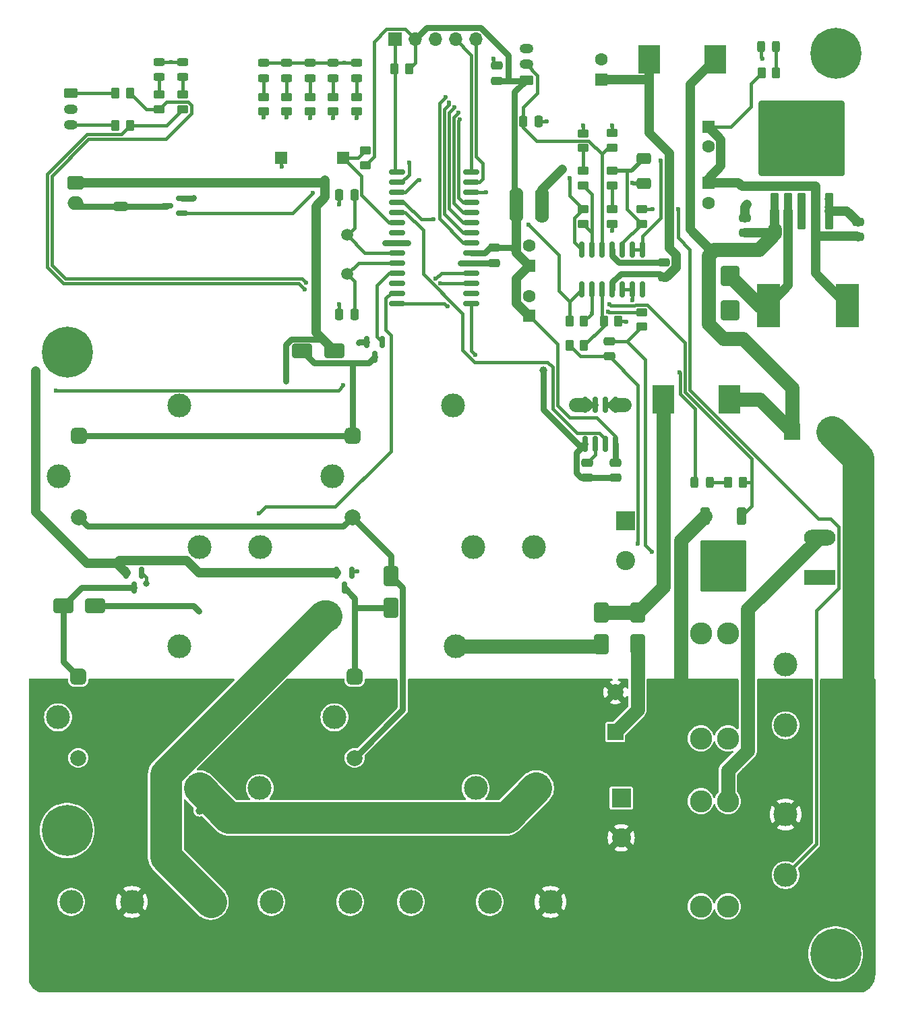
<source format=gtl>
G04 #@! TF.GenerationSoftware,KiCad,Pcbnew,8.0.7*
G04 #@! TF.CreationDate,2025-02-08T09:32:49+01:00*
G04 #@! TF.ProjectId,12VSupport,31325653-7570-4706-9f72-742e6b696361,1.2*
G04 #@! TF.SameCoordinates,Original*
G04 #@! TF.FileFunction,Copper,L1,Top*
G04 #@! TF.FilePolarity,Positive*
%FSLAX46Y46*%
G04 Gerber Fmt 4.6, Leading zero omitted, Abs format (unit mm)*
G04 Created by KiCad (PCBNEW 8.0.7) date 2025-02-08 09:32:49*
%MOMM*%
%LPD*%
G01*
G04 APERTURE LIST*
G04 Aperture macros list*
%AMRoundRect*
0 Rectangle with rounded corners*
0 $1 Rounding radius*
0 $2 $3 $4 $5 $6 $7 $8 $9 X,Y pos of 4 corners*
0 Add a 4 corners polygon primitive as box body*
4,1,4,$2,$3,$4,$5,$6,$7,$8,$9,$2,$3,0*
0 Add four circle primitives for the rounded corners*
1,1,$1+$1,$2,$3*
1,1,$1+$1,$4,$5*
1,1,$1+$1,$6,$7*
1,1,$1+$1,$8,$9*
0 Add four rect primitives between the rounded corners*
20,1,$1+$1,$2,$3,$4,$5,0*
20,1,$1+$1,$4,$5,$6,$7,0*
20,1,$1+$1,$6,$7,$8,$9,0*
20,1,$1+$1,$8,$9,$2,$3,0*%
G04 Aperture macros list end*
G04 #@! TA.AperFunction,ComponentPad*
%ADD10C,3.000000*%
G04 #@! TD*
G04 #@! TA.AperFunction,SMDPad,CuDef*
%ADD11RoundRect,0.250000X-0.475000X0.250000X-0.475000X-0.250000X0.475000X-0.250000X0.475000X0.250000X0*%
G04 #@! TD*
G04 #@! TA.AperFunction,SMDPad,CuDef*
%ADD12R,2.700000X3.600000*%
G04 #@! TD*
G04 #@! TA.AperFunction,SMDPad,CuDef*
%ADD13RoundRect,0.250000X0.450000X-0.262500X0.450000X0.262500X-0.450000X0.262500X-0.450000X-0.262500X0*%
G04 #@! TD*
G04 #@! TA.AperFunction,SMDPad,CuDef*
%ADD14RoundRect,0.150000X-0.875000X-0.150000X0.875000X-0.150000X0.875000X0.150000X-0.875000X0.150000X0*%
G04 #@! TD*
G04 #@! TA.AperFunction,SMDPad,CuDef*
%ADD15RoundRect,0.250000X-0.450000X0.262500X-0.450000X-0.262500X0.450000X-0.262500X0.450000X0.262500X0*%
G04 #@! TD*
G04 #@! TA.AperFunction,SMDPad,CuDef*
%ADD16RoundRect,0.250000X-0.262500X-0.450000X0.262500X-0.450000X0.262500X0.450000X-0.262500X0.450000X0*%
G04 #@! TD*
G04 #@! TA.AperFunction,SMDPad,CuDef*
%ADD17RoundRect,0.150000X0.587500X0.150000X-0.587500X0.150000X-0.587500X-0.150000X0.587500X-0.150000X0*%
G04 #@! TD*
G04 #@! TA.AperFunction,SMDPad,CuDef*
%ADD18RoundRect,0.150000X-0.150000X0.587500X-0.150000X-0.587500X0.150000X-0.587500X0.150000X0.587500X0*%
G04 #@! TD*
G04 #@! TA.AperFunction,SMDPad,CuDef*
%ADD19RoundRect,0.243750X-0.243750X-0.456250X0.243750X-0.456250X0.243750X0.456250X-0.243750X0.456250X0*%
G04 #@! TD*
G04 #@! TA.AperFunction,ComponentPad*
%ADD20RoundRect,0.500000X0.500000X0.500000X-0.500000X0.500000X-0.500000X-0.500000X0.500000X-0.500000X0*%
G04 #@! TD*
G04 #@! TA.AperFunction,ComponentPad*
%ADD21C,2.000000*%
G04 #@! TD*
G04 #@! TA.AperFunction,ComponentPad*
%ADD22C,2.780000*%
G04 #@! TD*
G04 #@! TA.AperFunction,SMDPad,CuDef*
%ADD23RoundRect,0.243750X-0.456250X0.243750X-0.456250X-0.243750X0.456250X-0.243750X0.456250X0.243750X0*%
G04 #@! TD*
G04 #@! TA.AperFunction,ComponentPad*
%ADD24R,1.700000X1.700000*%
G04 #@! TD*
G04 #@! TA.AperFunction,ComponentPad*
%ADD25O,1.700000X1.700000*%
G04 #@! TD*
G04 #@! TA.AperFunction,ComponentPad*
%ADD26C,0.800000*%
G04 #@! TD*
G04 #@! TA.AperFunction,ComponentPad*
%ADD27C,6.400000*%
G04 #@! TD*
G04 #@! TA.AperFunction,SMDPad,CuDef*
%ADD28RoundRect,0.250000X0.475000X-0.250000X0.475000X0.250000X-0.475000X0.250000X-0.475000X-0.250000X0*%
G04 #@! TD*
G04 #@! TA.AperFunction,SMDPad,CuDef*
%ADD29R,2.900000X5.400000*%
G04 #@! TD*
G04 #@! TA.AperFunction,SMDPad,CuDef*
%ADD30RoundRect,0.250000X0.262500X0.450000X-0.262500X0.450000X-0.262500X-0.450000X0.262500X-0.450000X0*%
G04 #@! TD*
G04 #@! TA.AperFunction,SMDPad,CuDef*
%ADD31R,1.500000X1.500000*%
G04 #@! TD*
G04 #@! TA.AperFunction,SMDPad,CuDef*
%ADD32RoundRect,0.250000X-0.650000X0.325000X-0.650000X-0.325000X0.650000X-0.325000X0.650000X0.325000X0*%
G04 #@! TD*
G04 #@! TA.AperFunction,ComponentPad*
%ADD33C,1.500000*%
G04 #@! TD*
G04 #@! TA.AperFunction,SMDPad,CuDef*
%ADD34RoundRect,0.250000X1.000000X0.650000X-1.000000X0.650000X-1.000000X-0.650000X1.000000X-0.650000X0*%
G04 #@! TD*
G04 #@! TA.AperFunction,SMDPad,CuDef*
%ADD35RoundRect,0.250000X0.250000X0.475000X-0.250000X0.475000X-0.250000X-0.475000X0.250000X-0.475000X0*%
G04 #@! TD*
G04 #@! TA.AperFunction,SMDPad,CuDef*
%ADD36RoundRect,0.250000X-0.650000X1.000000X-0.650000X-1.000000X0.650000X-1.000000X0.650000X1.000000X0*%
G04 #@! TD*
G04 #@! TA.AperFunction,ComponentPad*
%ADD37R,2.400000X2.400000*%
G04 #@! TD*
G04 #@! TA.AperFunction,ComponentPad*
%ADD38C,2.400000*%
G04 #@! TD*
G04 #@! TA.AperFunction,ComponentPad*
%ADD39R,1.600000X1.600000*%
G04 #@! TD*
G04 #@! TA.AperFunction,ComponentPad*
%ADD40C,1.600000*%
G04 #@! TD*
G04 #@! TA.AperFunction,ComponentPad*
%ADD41R,2.000000X2.000000*%
G04 #@! TD*
G04 #@! TA.AperFunction,SMDPad,CuDef*
%ADD42RoundRect,0.250000X-0.900000X1.000000X-0.900000X-1.000000X0.900000X-1.000000X0.900000X1.000000X0*%
G04 #@! TD*
G04 #@! TA.AperFunction,SMDPad,CuDef*
%ADD43RoundRect,0.250000X-0.350000X0.850000X-0.350000X-0.850000X0.350000X-0.850000X0.350000X0.850000X0*%
G04 #@! TD*
G04 #@! TA.AperFunction,SMDPad,CuDef*
%ADD44RoundRect,0.250000X-1.125000X1.275000X-1.125000X-1.275000X1.125000X-1.275000X1.125000X1.275000X0*%
G04 #@! TD*
G04 #@! TA.AperFunction,SMDPad,CuDef*
%ADD45RoundRect,0.249997X-2.650003X2.950003X-2.650003X-2.950003X2.650003X-2.950003X2.650003X2.950003X0*%
G04 #@! TD*
G04 #@! TA.AperFunction,SMDPad,CuDef*
%ADD46RoundRect,0.150000X-0.150000X0.825000X-0.150000X-0.825000X0.150000X-0.825000X0.150000X0.825000X0*%
G04 #@! TD*
G04 #@! TA.AperFunction,ComponentPad*
%ADD47RoundRect,0.250000X-0.625000X0.350000X-0.625000X-0.350000X0.625000X-0.350000X0.625000X0.350000X0*%
G04 #@! TD*
G04 #@! TA.AperFunction,ComponentPad*
%ADD48O,1.750000X1.200000*%
G04 #@! TD*
G04 #@! TA.AperFunction,SMDPad,CuDef*
%ADD49RoundRect,0.250000X0.300000X-2.050000X0.300000X2.050000X-0.300000X2.050000X-0.300000X-2.050000X0*%
G04 #@! TD*
G04 #@! TA.AperFunction,SMDPad,CuDef*
%ADD50RoundRect,0.250000X2.375000X-2.025000X2.375000X2.025000X-2.375000X2.025000X-2.375000X-2.025000X0*%
G04 #@! TD*
G04 #@! TA.AperFunction,SMDPad,CuDef*
%ADD51RoundRect,0.250002X5.149998X-4.449998X5.149998X4.449998X-5.149998X4.449998X-5.149998X-4.449998X0*%
G04 #@! TD*
G04 #@! TA.AperFunction,ComponentPad*
%ADD52RoundRect,0.250000X-0.750000X0.600000X-0.750000X-0.600000X0.750000X-0.600000X0.750000X0.600000X0*%
G04 #@! TD*
G04 #@! TA.AperFunction,ComponentPad*
%ADD53O,2.000000X1.700000*%
G04 #@! TD*
G04 #@! TA.AperFunction,SMDPad,CuDef*
%ADD54RoundRect,0.250000X-0.250000X-0.475000X0.250000X-0.475000X0.250000X0.475000X-0.250000X0.475000X0*%
G04 #@! TD*
G04 #@! TA.AperFunction,SMDPad,CuDef*
%ADD55O,1.750000X4.500000*%
G04 #@! TD*
G04 #@! TA.AperFunction,ComponentPad*
%ADD56RoundRect,0.250000X0.625000X-0.350000X0.625000X0.350000X-0.625000X0.350000X-0.625000X-0.350000X0*%
G04 #@! TD*
G04 #@! TA.AperFunction,ComponentPad*
%ADD57R,3.960000X1.980000*%
G04 #@! TD*
G04 #@! TA.AperFunction,ComponentPad*
%ADD58O,3.960000X1.980000*%
G04 #@! TD*
G04 #@! TA.AperFunction,SMDPad,CuDef*
%ADD59RoundRect,0.150000X0.150000X-0.825000X0.150000X0.825000X-0.150000X0.825000X-0.150000X-0.825000X0*%
G04 #@! TD*
G04 #@! TA.AperFunction,SMDPad,CuDef*
%ADD60RoundRect,0.250000X-0.650000X0.412500X-0.650000X-0.412500X0.650000X-0.412500X0.650000X0.412500X0*%
G04 #@! TD*
G04 #@! TA.AperFunction,ViaPad*
%ADD61C,1.000000*%
G04 #@! TD*
G04 #@! TA.AperFunction,ViaPad*
%ADD62C,0.600000*%
G04 #@! TD*
G04 #@! TA.AperFunction,ViaPad*
%ADD63C,0.800000*%
G04 #@! TD*
G04 #@! TA.AperFunction,ViaPad*
%ADD64C,1.200000*%
G04 #@! TD*
G04 #@! TA.AperFunction,Conductor*
%ADD65C,0.800000*%
G04 #@! TD*
G04 #@! TA.AperFunction,Conductor*
%ADD66C,1.200000*%
G04 #@! TD*
G04 #@! TA.AperFunction,Conductor*
%ADD67C,0.400000*%
G04 #@! TD*
G04 #@! TA.AperFunction,Conductor*
%ADD68C,1.800000*%
G04 #@! TD*
G04 #@! TA.AperFunction,Conductor*
%ADD69C,4.000000*%
G04 #@! TD*
G04 #@! TA.AperFunction,Conductor*
%ADD70C,0.500000*%
G04 #@! TD*
G04 APERTURE END LIST*
D10*
X90170000Y-153480000D03*
X82550000Y-153480000D03*
D11*
X115824000Y-98364000D03*
X115824000Y-100264000D03*
X100584000Y-71374000D03*
X100584000Y-73274000D03*
D12*
X130134000Y-90424000D03*
X121834000Y-90424000D03*
D13*
X58553167Y-53998500D03*
X58553167Y-52173500D03*
D14*
X88441000Y-61849000D03*
X88441000Y-63119000D03*
X88441000Y-64389000D03*
X88441000Y-65659000D03*
X88441000Y-66929000D03*
X88441000Y-68199000D03*
X88441000Y-69469000D03*
X88441000Y-70739000D03*
X88441000Y-72009000D03*
X88441000Y-73279000D03*
X88441000Y-74549000D03*
X88441000Y-75819000D03*
X88441000Y-77089000D03*
X88441000Y-78359000D03*
X97741000Y-78359000D03*
X97741000Y-77089000D03*
X97741000Y-75819000D03*
X97741000Y-74549000D03*
X97741000Y-73279000D03*
X97741000Y-72009000D03*
X97741000Y-70739000D03*
X97741000Y-69469000D03*
X97741000Y-68199000D03*
X97741000Y-66929000D03*
X97741000Y-65659000D03*
X97741000Y-64389000D03*
X97741000Y-63119000D03*
X97741000Y-61849000D03*
D13*
X115443000Y-58824500D03*
X115443000Y-56999500D03*
X71628000Y-54276000D03*
X71628000Y-52451000D03*
D15*
X115443000Y-66524500D03*
X115443000Y-68349500D03*
D16*
X53062500Y-56007000D03*
X54887500Y-56007000D03*
D17*
X61422500Y-67051000D03*
X61422500Y-65151000D03*
X59547500Y-66101000D03*
D18*
X86548000Y-83215000D03*
X84648000Y-83215000D03*
X85598000Y-85090000D03*
D19*
X125808500Y-100838000D03*
X127683500Y-100838000D03*
D10*
X80558000Y-130310000D03*
X95758000Y-121410000D03*
X105898000Y-139210000D03*
X98298000Y-139210000D03*
D20*
X83098000Y-125210000D03*
D21*
X83098000Y-135410000D03*
D22*
X129977000Y-140837000D03*
X126577000Y-140837000D03*
X129977000Y-154045000D03*
X126577000Y-154045000D03*
D23*
X77470000Y-48186500D03*
X77470000Y-50061500D03*
D11*
X112268000Y-98364000D03*
X112268000Y-100264000D03*
D13*
X74549000Y-54276000D03*
X74549000Y-52451000D03*
D16*
X134192000Y-49390500D03*
X136017000Y-49390500D03*
D24*
X88138000Y-45212000D03*
D25*
X90678000Y-45212000D03*
X93218000Y-45212000D03*
X95758000Y-45212000D03*
X98298000Y-45212000D03*
D26*
X141110000Y-46990000D03*
X141812944Y-45292944D03*
X141812944Y-48687056D03*
X143510000Y-44590000D03*
D27*
X143510000Y-46990000D03*
D26*
X143510000Y-49390000D03*
X145207056Y-45292944D03*
X145207056Y-48687056D03*
X145910000Y-46990000D03*
D13*
X84455000Y-60983500D03*
X84455000Y-59158500D03*
D10*
X45845000Y-130310000D03*
X61045000Y-121410000D03*
X71185000Y-139210000D03*
X63585000Y-139210000D03*
D20*
X48385000Y-125210000D03*
D21*
X48385000Y-135410000D03*
D16*
X53062500Y-51943000D03*
X54887500Y-51943000D03*
D28*
X100965000Y-50414000D03*
X100965000Y-48514000D03*
D13*
X119126000Y-81280000D03*
X119126000Y-79455000D03*
D29*
X135082000Y-78610000D03*
X144982000Y-78610000D03*
D30*
X89939500Y-48895000D03*
X88114500Y-48895000D03*
D10*
X137224000Y-123698000D03*
X137224000Y-131318000D03*
D28*
X146304000Y-70038000D03*
X146304000Y-68138000D03*
D31*
X81661000Y-60071000D03*
X73861000Y-60071000D03*
D26*
X141110000Y-160020000D03*
X141812944Y-158322944D03*
X141812944Y-161717056D03*
X143510000Y-157620000D03*
D27*
X143510000Y-160020000D03*
D26*
X143510000Y-162420000D03*
X145207056Y-158322944D03*
X145207056Y-161717056D03*
X145910000Y-160020000D03*
D15*
X119126000Y-66548000D03*
X119126000Y-68373000D03*
D26*
X44590000Y-144526000D03*
X45292944Y-142828944D03*
X45292944Y-146223056D03*
X46990000Y-142126000D03*
D27*
X46990000Y-144526000D03*
D26*
X46990000Y-146926000D03*
X48687056Y-142828944D03*
X48687056Y-146223056D03*
X49390000Y-144526000D03*
D23*
X74549000Y-48186500D03*
X74549000Y-50061500D03*
D13*
X61474167Y-53998500D03*
X61474167Y-52173500D03*
D30*
X131849500Y-100838000D03*
X130024500Y-100838000D03*
D15*
X111760000Y-66524500D03*
X111760000Y-68349500D03*
D26*
X44590000Y-84501056D03*
X45292944Y-82804000D03*
X45292944Y-86198112D03*
X46990000Y-82101056D03*
D27*
X46990000Y-84501056D03*
D26*
X46990000Y-86901056D03*
X48687056Y-82804000D03*
X48687056Y-86198112D03*
X49390000Y-84501056D03*
D32*
X53721000Y-63217000D03*
X53721000Y-66167000D03*
D10*
X72644000Y-153480000D03*
X65024000Y-153480000D03*
D13*
X111760000Y-58848000D03*
X111760000Y-57023000D03*
D28*
X132080000Y-69530000D03*
X132080000Y-67630000D03*
D23*
X58553167Y-48084500D03*
X58553167Y-49959500D03*
D13*
X111760000Y-63523500D03*
X111760000Y-61698500D03*
D33*
X82169000Y-69776000D03*
X82169000Y-74676000D03*
D18*
X56322000Y-112171000D03*
X54422000Y-112171000D03*
X55372000Y-114046000D03*
D34*
X80518000Y-84328000D03*
X76518000Y-84328000D03*
D16*
X110085500Y-83669500D03*
X111910500Y-83669500D03*
D28*
X115062000Y-85024000D03*
X115062000Y-83124000D03*
D23*
X80391000Y-48186500D03*
X80391000Y-50061500D03*
D35*
X83070000Y-79719000D03*
X81170000Y-79719000D03*
D36*
X87630000Y-112554000D03*
X87630000Y-116554000D03*
X114046000Y-117126000D03*
X114046000Y-121126000D03*
D13*
X83312000Y-54276000D03*
X83312000Y-52451000D03*
D30*
X111910500Y-80621500D03*
X110085500Y-80621500D03*
D18*
X82738000Y-112171000D03*
X80838000Y-112171000D03*
X81788000Y-114046000D03*
D37*
X117094000Y-105634785D03*
D38*
X117094000Y-110634785D03*
D15*
X115443000Y-61722000D03*
X115443000Y-63547000D03*
D10*
X55118000Y-153480000D03*
X47498000Y-153480000D03*
D35*
X83070000Y-64733000D03*
X81170000Y-64733000D03*
D39*
X127508000Y-63246000D03*
D40*
X127508000Y-65746000D03*
D10*
X80262000Y-100084000D03*
X95462000Y-91184000D03*
X105602000Y-108984000D03*
X98002000Y-108984000D03*
D20*
X82802000Y-94984000D03*
D21*
X82802000Y-105184000D03*
D41*
X138002000Y-94488000D03*
D21*
X143002000Y-94488000D03*
D42*
X130253000Y-74943000D03*
X130253000Y-79243000D03*
D23*
X61474167Y-48084500D03*
X61474167Y-49959500D03*
D39*
X105029000Y-73620000D03*
D40*
X105029000Y-71120000D03*
D43*
X131699000Y-105029000D03*
D44*
X130944000Y-109654000D03*
X127894000Y-109654000D03*
D45*
X129419000Y-111329000D03*
D44*
X130944000Y-113004000D03*
X127894000Y-113004000D03*
D43*
X127139000Y-105029000D03*
D13*
X77470000Y-54276000D03*
X77470000Y-52451000D03*
D46*
X115824000Y-91062000D03*
X114554000Y-91062000D03*
X113284000Y-91062000D03*
X112014000Y-91062000D03*
X112014000Y-96012000D03*
X113284000Y-96012000D03*
X114554000Y-96012000D03*
X115824000Y-96012000D03*
D47*
X47413000Y-51975000D03*
D48*
X47413000Y-53975000D03*
X47413000Y-55975000D03*
D39*
X105029000Y-79945113D03*
D40*
X105029000Y-77445113D03*
D49*
X135870000Y-66805000D03*
X137570000Y-66805000D03*
X139270000Y-66805000D03*
D50*
X136495000Y-60080000D03*
X142045000Y-60080000D03*
D51*
X139270000Y-57655000D03*
D50*
X136495000Y-55230000D03*
X142045000Y-55230000D03*
D49*
X140970000Y-66805000D03*
X142670000Y-66805000D03*
D39*
X114046000Y-50252000D03*
D40*
X114046000Y-47752000D03*
D52*
X48006000Y-63246000D03*
D53*
X48006000Y-65746000D03*
D39*
X127508000Y-56174000D03*
D40*
X127508000Y-58674000D03*
D23*
X71628000Y-48186500D03*
X71628000Y-50061500D03*
D10*
X45887000Y-100086000D03*
X61087000Y-91186000D03*
X71227000Y-108986000D03*
X63627000Y-108986000D03*
D20*
X48427000Y-94986000D03*
D21*
X48427000Y-105186000D03*
D37*
X116586000Y-140432785D03*
D38*
X116586000Y-145432785D03*
D54*
X104272000Y-55499000D03*
X106172000Y-55499000D03*
D12*
X120056000Y-47752000D03*
X128356000Y-47752000D03*
D23*
X83312000Y-48186500D03*
X83312000Y-50061500D03*
D10*
X107696000Y-153480000D03*
X100076000Y-153480000D03*
D13*
X80391000Y-54276000D03*
X80391000Y-52451000D03*
D55*
X106654000Y-66040000D03*
X103404000Y-66040000D03*
D10*
X137224000Y-142494000D03*
X137224000Y-150114000D03*
D56*
X104648000Y-50355000D03*
D48*
X104648000Y-48355000D03*
X104648000Y-46355000D03*
D19*
X134167000Y-46088500D03*
X136042000Y-46088500D03*
D22*
X129977000Y-119755000D03*
X126577000Y-119755000D03*
X129977000Y-132963000D03*
X126577000Y-132963000D03*
D34*
X50514000Y-116332000D03*
X46514000Y-116332000D03*
D57*
X141478000Y-112747000D03*
D58*
X141478000Y-107747000D03*
D30*
X116228500Y-80621500D03*
X114403500Y-80621500D03*
D41*
X115824000Y-132161677D03*
D21*
X115824000Y-127161677D03*
D59*
X111633000Y-76578000D03*
X112903000Y-76578000D03*
X114173000Y-76578000D03*
X115443000Y-76578000D03*
X116713000Y-76578000D03*
X117983000Y-76578000D03*
X119253000Y-76578000D03*
X119253000Y-71628000D03*
X117983000Y-71628000D03*
X116713000Y-71628000D03*
X115443000Y-71628000D03*
X114173000Y-71628000D03*
X112903000Y-71628000D03*
X111633000Y-71628000D03*
D28*
X121920000Y-75118000D03*
X121920000Y-73218000D03*
D60*
X119380000Y-60198000D03*
X119380000Y-63323000D03*
D36*
X118618000Y-117126000D03*
X118618000Y-121126000D03*
D61*
X132080000Y-157480000D03*
X66040000Y-157480000D03*
X110490000Y-127000000D03*
D62*
X115443000Y-69215000D03*
X60077167Y-48084500D03*
D63*
X139524000Y-54353000D03*
X135079000Y-57528000D03*
D61*
X106680000Y-147320000D03*
X116840000Y-152400000D03*
X76200000Y-157480000D03*
D62*
X107188000Y-55499000D03*
X123871200Y-86995000D03*
D61*
X45720000Y-149860000D03*
D62*
X99314000Y-73279000D03*
D61*
X137160000Y-162560000D03*
X95250000Y-127000000D03*
D62*
X81788000Y-48186500D03*
X117983000Y-63246000D03*
D61*
X66040000Y-162560000D03*
D63*
X130888000Y-80007000D03*
D61*
X144780000Y-152400000D03*
D63*
X143334000Y-60703000D03*
D62*
X62849500Y-65085000D03*
D61*
X91440000Y-157480000D03*
X111760000Y-147320000D03*
X100330000Y-134620000D03*
X81280000Y-162560000D03*
X55880000Y-162560000D03*
X85090000Y-127000000D03*
X100330000Y-147320000D03*
D63*
X139270000Y-65275000D03*
D61*
X55880000Y-157480000D03*
X43053000Y-86868000D03*
X144780000Y-132080000D03*
D62*
X81153000Y-78486000D03*
D61*
X132080000Y-137160000D03*
X91440000Y-162560000D03*
X116840000Y-157480000D03*
D62*
X115443000Y-56007000D03*
D61*
X128270000Y-127000000D03*
D62*
X134342500Y-47612500D03*
X86868000Y-70739000D03*
D61*
X132080000Y-147320000D03*
D63*
X135079000Y-54353000D03*
D61*
X111760000Y-152400000D03*
X96520000Y-162560000D03*
X111760000Y-162560000D03*
X54610000Y-135890000D03*
X60960000Y-157480000D03*
X106680000Y-157480000D03*
X121920000Y-134620000D03*
X144780000Y-137160000D03*
D62*
X111760000Y-56007000D03*
D61*
X101600000Y-157480000D03*
X105410000Y-127000000D03*
X106680000Y-162560000D03*
D63*
X139524000Y-60703000D03*
D61*
X121920000Y-152400000D03*
X144780000Y-142240000D03*
X121920000Y-157480000D03*
X71120000Y-157480000D03*
D63*
X143334000Y-54353000D03*
D62*
X117221000Y-80645000D03*
X83566000Y-83312000D03*
X81153000Y-65913000D03*
D61*
X105410000Y-134620000D03*
X101600000Y-162560000D03*
D62*
X89789000Y-70739000D03*
D63*
X139270000Y-66291000D03*
X129618000Y-80007000D03*
D61*
X111760000Y-157480000D03*
X106807000Y-86741000D03*
X44450000Y-127000000D03*
X45720000Y-162560000D03*
X50800000Y-162560000D03*
X60960000Y-162560000D03*
D62*
X117983000Y-77978000D03*
D61*
X127000000Y-157480000D03*
X45720000Y-157480000D03*
X87630000Y-147320000D03*
X50800000Y-157480000D03*
X100330000Y-127000000D03*
X132400000Y-65974000D03*
X86360000Y-162560000D03*
D63*
X135079000Y-60703000D03*
X142572000Y-65275000D03*
D61*
X121920000Y-147320000D03*
X127000000Y-162560000D03*
X116840000Y-162560000D03*
X63500000Y-144780000D03*
X96520000Y-157480000D03*
X62230000Y-127000000D03*
D63*
X139524000Y-57528000D03*
D61*
X144780000Y-147320000D03*
D62*
X100533200Y-47686000D03*
D61*
X132080000Y-162560000D03*
D62*
X96393000Y-73279000D03*
D61*
X137160000Y-157480000D03*
X76200000Y-162560000D03*
X110490000Y-134620000D03*
D63*
X142572000Y-66291000D03*
D61*
X86360000Y-137160000D03*
X127000000Y-147320000D03*
D62*
X116263184Y-73218000D03*
D61*
X71120000Y-162560000D03*
X95250000Y-134620000D03*
X121920000Y-162560000D03*
D63*
X143334000Y-57528000D03*
D61*
X55880000Y-144780000D03*
X134620000Y-127000000D03*
D62*
X73914000Y-61214000D03*
D61*
X137160000Y-137160000D03*
D62*
X79375000Y-62865000D03*
D61*
X109186179Y-61552621D03*
D63*
X63563500Y-117030500D03*
D62*
X74422000Y-88138000D03*
D61*
X103821500Y-141286500D03*
X102361000Y-142747000D03*
X63585000Y-142028000D03*
D62*
X120523000Y-66548000D03*
X123739000Y-66548000D03*
D61*
X79248000Y-117602000D03*
X76708000Y-120142000D03*
X130944000Y-109654000D03*
D62*
X71056500Y-104711500D03*
X83439000Y-112014000D03*
D63*
X56896000Y-113538000D03*
D62*
X45593000Y-89281000D03*
X98284975Y-84849025D03*
X81661000Y-88646000D03*
X115062000Y-78486000D03*
X94771081Y-78743032D03*
X110109000Y-62652621D03*
X91186000Y-62865000D03*
X76835000Y-76581000D03*
X93853000Y-75819000D03*
X77016189Y-75772238D03*
X93287313Y-75253313D03*
X71628000Y-54991000D03*
X94487019Y-52449508D03*
X74549000Y-54991000D03*
X94926478Y-53118000D03*
X95637800Y-53718000D03*
X77470000Y-55118000D03*
X96139000Y-54418000D03*
X80391000Y-55118000D03*
X83312000Y-55118000D03*
X96283975Y-55262975D03*
X121539000Y-60452000D03*
X89916000Y-60706000D03*
X104902000Y-68453000D03*
X93030096Y-67824618D03*
X114935000Y-79375000D03*
X112903000Y-79629000D03*
X99568000Y-64389000D03*
X77851000Y-64516000D03*
D64*
X110871000Y-91062000D03*
D62*
X118694000Y-108534200D03*
D64*
X116967000Y-91059000D03*
D62*
X120421400Y-109550200D03*
D65*
X84648000Y-83215000D02*
X83663000Y-83215000D01*
D66*
X43053000Y-86868000D02*
X43053000Y-104521000D01*
D67*
X81170000Y-79719000D02*
X81170000Y-78503000D01*
D66*
X53553520Y-110633500D02*
X62021808Y-110633500D01*
D67*
X81170000Y-64733000D02*
X81170000Y-65896000D01*
D68*
X124087000Y-108081000D02*
X124087000Y-126611000D01*
D67*
X83312000Y-48186500D02*
X81788000Y-48186500D01*
X81170000Y-78503000D02*
X81153000Y-78486000D01*
D65*
X88441000Y-70739000D02*
X89789000Y-70739000D01*
X97741000Y-73279000D02*
X96393000Y-73279000D01*
D67*
X100533200Y-48514000D02*
X100533200Y-47686000D01*
X134167000Y-47437000D02*
X134342500Y-47612500D01*
X71628000Y-48186500D02*
X74549000Y-48186500D01*
D66*
X144911000Y-66745000D02*
X142730000Y-66745000D01*
D67*
X81170000Y-65896000D02*
X81153000Y-65913000D01*
D66*
X146304000Y-68138000D02*
X144911000Y-66745000D01*
X132080000Y-66294000D02*
X132080000Y-67630000D01*
D65*
X116263184Y-73218000D02*
X115443000Y-72397816D01*
X112268000Y-100264000D02*
X111543000Y-100264000D01*
X106807000Y-91656320D02*
X106807000Y-86741000D01*
X111543000Y-100264000D02*
X110943000Y-99664000D01*
D67*
X74549000Y-48186500D02*
X77470000Y-48186500D01*
D69*
X146304000Y-97790000D02*
X146304000Y-126492000D01*
D67*
X116713000Y-76578000D02*
X117983000Y-76578000D01*
X125857000Y-91613056D02*
X125857000Y-100789500D01*
X106172000Y-55499000D02*
X107188000Y-55499000D01*
X134167000Y-46088500D02*
X134167000Y-47437000D01*
X77470000Y-48186500D02*
X80391000Y-48186500D01*
D66*
X142730000Y-66745000D02*
X142670000Y-66805000D01*
D65*
X121920000Y-73218000D02*
X116263184Y-73218000D01*
X115443000Y-72397816D02*
X115443000Y-71628000D01*
D66*
X53219010Y-110968010D02*
X53553520Y-110633500D01*
D69*
X143002000Y-94488000D02*
X146304000Y-97790000D01*
D67*
X123971200Y-87095000D02*
X123971200Y-89727256D01*
D65*
X110943000Y-97083000D02*
X112014000Y-96012000D01*
D68*
X124087000Y-126611000D02*
X124079000Y-126619000D01*
D67*
X117983000Y-76578000D02*
X117983000Y-77978000D01*
D65*
X61422500Y-65151000D02*
X62783500Y-65151000D01*
D66*
X132400000Y-65974000D02*
X132080000Y-66294000D01*
D70*
X118060000Y-63323000D02*
X117983000Y-63246000D01*
D68*
X127139000Y-105029000D02*
X124087000Y-108081000D01*
D67*
X123871200Y-86995000D02*
X123971200Y-87095000D01*
X58553167Y-48084500D02*
X60077167Y-48084500D01*
X116228500Y-80621500D02*
X117197500Y-80621500D01*
D65*
X62783500Y-65151000D02*
X62849500Y-65085000D01*
D66*
X53219010Y-110968010D02*
X54422000Y-112171000D01*
D67*
X80391000Y-48186500D02*
X81788000Y-48186500D01*
X115443000Y-56999500D02*
X115443000Y-56007000D01*
D65*
X83663000Y-83215000D02*
X83566000Y-83312000D01*
D67*
X123971200Y-89727256D02*
X125857000Y-91613056D01*
D66*
X43053000Y-104521000D02*
X49500010Y-110968010D01*
D67*
X111760000Y-57023000D02*
X111760000Y-56007000D01*
D70*
X119380000Y-63323000D02*
X118060000Y-63323000D01*
D65*
X112014000Y-96012000D02*
X111887000Y-96139000D01*
D67*
X73861000Y-61161000D02*
X73914000Y-61214000D01*
D65*
X111887000Y-96139000D02*
X111289680Y-96139000D01*
X112268000Y-100264000D02*
X115824000Y-100264000D01*
D66*
X62021808Y-110633500D02*
X63559308Y-112171000D01*
D65*
X97741000Y-73279000D02*
X99314000Y-73279000D01*
D66*
X63559308Y-112171000D02*
X80838000Y-112171000D01*
D65*
X111289680Y-96139000D02*
X106807000Y-91656320D01*
X110943000Y-99664000D02*
X110943000Y-97083000D01*
D67*
X61474167Y-48084500D02*
X60077167Y-48084500D01*
D65*
X88441000Y-70739000D02*
X86868000Y-70739000D01*
X100579000Y-73279000D02*
X100584000Y-73274000D01*
D66*
X49500010Y-110968010D02*
X53219010Y-110968010D01*
D67*
X115443000Y-68349500D02*
X115443000Y-69215000D01*
X125857000Y-100789500D02*
X125808500Y-100838000D01*
D65*
X99314000Y-73279000D02*
X100579000Y-73279000D01*
D67*
X117197500Y-80621500D02*
X117221000Y-80645000D01*
X73861000Y-60071000D02*
X73861000Y-61161000D01*
D65*
X49540000Y-106299000D02*
X48427000Y-105186000D01*
X79018000Y-82828000D02*
X80518000Y-84328000D01*
D67*
X132842000Y-50740500D02*
X134192000Y-49390500D01*
D65*
X87630000Y-112554000D02*
X87630000Y-110012000D01*
D67*
X132842000Y-53672000D02*
X130340000Y-56174000D01*
D66*
X109186179Y-61552621D02*
X106654000Y-64084800D01*
X78232000Y-66167000D02*
X78232000Y-82042000D01*
X78994000Y-63246000D02*
X48006000Y-63246000D01*
D65*
X74422000Y-88138000D02*
X74422000Y-83564990D01*
D66*
X146304000Y-70038000D02*
X146171000Y-69905000D01*
X140970000Y-69847000D02*
X140970000Y-74598000D01*
X129108000Y-57774000D02*
X127508000Y-56174000D01*
X127508000Y-63246000D02*
X127508000Y-62738000D01*
X127508000Y-62738000D02*
X129108000Y-61138000D01*
D65*
X62865000Y-116332000D02*
X63563500Y-117030500D01*
X81687000Y-106299000D02*
X49540000Y-106299000D01*
X89130000Y-114054000D02*
X87630000Y-112554000D01*
D66*
X146171000Y-69905000D02*
X141028000Y-69905000D01*
D65*
X82802000Y-105184000D02*
X81687000Y-106299000D01*
D66*
X140970000Y-66805000D02*
X140970000Y-63673000D01*
D65*
X89130000Y-129378000D02*
X89130000Y-114054000D01*
X87630000Y-110012000D02*
X82802000Y-105184000D01*
D66*
X131311379Y-63246000D02*
X127508000Y-63246000D01*
X78232000Y-82042000D02*
X80518000Y-84328000D01*
X141028000Y-69905000D02*
X140970000Y-69847000D01*
X79375000Y-62865000D02*
X79375000Y-65024000D01*
D67*
X132842000Y-53672000D02*
X132842000Y-50740500D01*
D66*
X106654000Y-64084800D02*
X106654000Y-66040000D01*
D65*
X75158990Y-82828000D02*
X79018000Y-82828000D01*
D67*
X130340000Y-56174000D02*
X127508000Y-56174000D01*
D66*
X140970000Y-74598000D02*
X144982000Y-78610000D01*
D65*
X74422000Y-83564990D02*
X75158990Y-82828000D01*
D66*
X79375000Y-62865000D02*
X78994000Y-63246000D01*
X129108000Y-61138000D02*
X129108000Y-57774000D01*
X131738379Y-63673000D02*
X131311379Y-63246000D01*
X79375000Y-65024000D02*
X78232000Y-66167000D01*
D65*
X50514000Y-116332000D02*
X62865000Y-116332000D01*
X83098000Y-135410000D02*
X89130000Y-129378000D01*
D66*
X140970000Y-66805000D02*
X140970000Y-69847000D01*
X140970000Y-63673000D02*
X131738379Y-63673000D01*
D68*
X132467000Y-116758000D02*
X141478000Y-107747000D01*
X118618000Y-121126000D02*
X118618000Y-129367677D01*
D69*
X102198000Y-142910000D02*
X105898000Y-139210000D01*
X67285000Y-142910000D02*
X102198000Y-142910000D01*
X63585000Y-139210000D02*
X67285000Y-142910000D01*
D68*
X118618000Y-129367677D02*
X115824000Y-132161677D01*
X129977000Y-140837000D02*
X129977000Y-137000258D01*
X129977000Y-137000258D02*
X132467000Y-134510258D01*
X132467000Y-134510258D02*
X132467000Y-116758000D01*
D67*
X104272000Y-53716000D02*
X106045000Y-51943000D01*
X106045000Y-51943000D02*
X106045000Y-49752000D01*
X115443000Y-58824500D02*
X114970834Y-58824500D01*
X114173000Y-71628000D02*
X114173000Y-59622334D01*
X105941500Y-57935500D02*
X104272000Y-56266000D01*
X104272000Y-55499000D02*
X104272000Y-53716000D01*
X112486166Y-57935500D02*
X105941500Y-57935500D01*
X104272000Y-56266000D02*
X104272000Y-55499000D01*
X114970834Y-58824500D02*
X114173000Y-59622334D01*
X106045000Y-49752000D02*
X104648000Y-48355000D01*
X114173000Y-59622334D02*
X112486166Y-57935500D01*
D66*
X120056000Y-56937000D02*
X120056000Y-50546000D01*
X119762000Y-50252000D02*
X114046000Y-50252000D01*
X120056000Y-50546000D02*
X119762000Y-50252000D01*
X122639000Y-59520000D02*
X122639000Y-71453000D01*
X123445000Y-72259000D02*
X123445000Y-73909852D01*
D65*
X115443000Y-75692000D02*
X115443000Y-76578000D01*
X116516938Y-74618062D02*
X115443000Y-75692000D01*
X121920000Y-75118000D02*
X121420062Y-74618062D01*
D66*
X122639000Y-71453000D02*
X123445000Y-72259000D01*
X122639000Y-59520000D02*
X120056000Y-56937000D01*
X122236852Y-75118000D02*
X121920000Y-75118000D01*
X120056000Y-50546000D02*
X120056000Y-47752000D01*
D65*
X121420062Y-74618062D02*
X116516938Y-74618062D01*
D66*
X123445000Y-73909852D02*
X122236852Y-75118000D01*
D67*
X113284000Y-97348000D02*
X113284000Y-96012000D01*
X112268000Y-98364000D02*
X113284000Y-97348000D01*
X83566000Y-73279000D02*
X82169000Y-74676000D01*
X88441000Y-73279000D02*
X83566000Y-73279000D01*
X83070000Y-75577000D02*
X82169000Y-74676000D01*
X83070000Y-79719000D02*
X83070000Y-75577000D01*
X114403500Y-80621500D02*
X114173000Y-80391000D01*
X111910500Y-83669500D02*
X114403500Y-81176500D01*
X114173000Y-80391000D02*
X114173000Y-76578000D01*
X114403500Y-81176500D02*
X114403500Y-80621500D01*
X88441000Y-72009000D02*
X84402000Y-72009000D01*
X84402000Y-72009000D02*
X82169000Y-69776000D01*
X82169000Y-69776000D02*
X83070000Y-68875000D01*
X83070000Y-68875000D02*
X83070000Y-64733000D01*
D68*
X135082000Y-78610000D02*
X133920000Y-78610000D01*
D66*
X137570000Y-76122000D02*
X135082000Y-78610000D01*
D68*
X133920000Y-78610000D02*
X130253000Y-74943000D01*
D66*
X137570000Y-66805000D02*
X137570000Y-76122000D01*
D65*
X82802000Y-88900000D02*
X82802000Y-86080000D01*
X82802000Y-94984000D02*
X82802000Y-88900000D01*
X78018000Y-85828000D02*
X76518000Y-84328000D01*
X48437000Y-94996000D02*
X82802000Y-94996000D01*
X82802000Y-86080000D02*
X82550000Y-85828000D01*
X82550000Y-85828000D02*
X78018000Y-85828000D01*
X48427000Y-94986000D02*
X48437000Y-94996000D01*
X85598000Y-85090000D02*
X84860000Y-85828000D01*
X82802000Y-94996000D02*
X82802000Y-88900000D01*
X84860000Y-85828000D02*
X82550000Y-85828000D01*
X46514000Y-123339000D02*
X48385000Y-125210000D01*
X46514000Y-116332000D02*
X46514000Y-123339000D01*
X48800000Y-114046000D02*
X55372000Y-114046000D01*
X46514000Y-116332000D02*
X48800000Y-114046000D01*
X83098000Y-116332000D02*
X83098000Y-115356000D01*
X83098000Y-115356000D02*
X81788000Y-114046000D01*
X83320000Y-116554000D02*
X83098000Y-116332000D01*
X83098000Y-125210000D02*
X83098000Y-116332000D01*
X87630000Y-116554000D02*
X83320000Y-116554000D01*
D67*
X61474167Y-52173500D02*
X61474167Y-49959500D01*
X58553167Y-52173500D02*
X58553167Y-49959500D01*
X127683500Y-100838000D02*
X130024500Y-100838000D01*
X71628000Y-52451000D02*
X71628000Y-50061500D01*
X74549000Y-52451000D02*
X74549000Y-50061500D01*
X77470000Y-52451000D02*
X77470000Y-50061500D01*
X80391000Y-52451000D02*
X80391000Y-50061500D01*
X83312000Y-52451000D02*
X83312000Y-50061500D01*
X141351000Y-105410000D02*
X142900400Y-105410000D01*
X120523000Y-66548000D02*
X119126000Y-66548000D01*
X125171200Y-89230200D02*
X141351000Y-105410000D01*
X123698000Y-70104000D02*
X125171200Y-71577200D01*
X125171200Y-71577200D02*
X125171200Y-89230200D01*
X143858000Y-114137000D02*
X141097000Y-116898000D01*
X123698000Y-66589000D02*
X123698000Y-70104000D01*
X143858000Y-106367600D02*
X143858000Y-114137000D01*
X123739000Y-66548000D02*
X123698000Y-66589000D01*
X142900400Y-105410000D02*
X143858000Y-106367600D01*
X141097000Y-116898000D02*
X141097000Y-146241000D01*
X141097000Y-146241000D02*
X137224000Y-150114000D01*
D68*
X114046000Y-121126000D02*
X113762000Y-121410000D01*
X113762000Y-121410000D02*
X95758000Y-121410000D01*
D69*
X65024000Y-153480000D02*
X59385000Y-147841000D01*
X59385000Y-147841000D02*
X59385000Y-137465000D01*
X79248000Y-117602000D02*
X79502000Y-117602000D01*
X59385000Y-137465000D02*
X76708000Y-120142000D01*
X76708000Y-120142000D02*
X79248000Y-117602000D01*
D67*
X88441000Y-61849000D02*
X88138000Y-61546000D01*
X88138000Y-61546000D02*
X88138000Y-45212000D01*
X97741000Y-47195000D02*
X95758000Y-45212000D01*
X97741000Y-61849000D02*
X97741000Y-47195000D01*
X99187000Y-62697999D02*
X99187000Y-60790000D01*
X98765999Y-63119000D02*
X99187000Y-62697999D01*
X99187000Y-60790000D02*
X98341000Y-59944000D01*
X98341000Y-45255000D02*
X98298000Y-45212000D01*
X98341000Y-59944000D02*
X98341000Y-45255000D01*
X97741000Y-63119000D02*
X98765999Y-63119000D01*
X80645000Y-103886000D02*
X87630000Y-96901000D01*
X87630000Y-77089000D02*
X88441000Y-77089000D01*
X82895000Y-112014000D02*
X82738000Y-112171000D01*
X71056500Y-104711500D02*
X71882000Y-103886000D01*
X86995000Y-81711263D02*
X86995000Y-77724000D01*
X86995000Y-77724000D02*
X87630000Y-77089000D01*
X83439000Y-112014000D02*
X82895000Y-112014000D01*
X87630000Y-82346263D02*
X86995000Y-81711263D01*
X71882000Y-103886000D02*
X80645000Y-103886000D01*
X87630000Y-96901000D02*
X87630000Y-82346263D01*
X97741000Y-84305050D02*
X97741000Y-78359000D01*
X98284975Y-84849025D02*
X97741000Y-84305050D01*
X56896000Y-112745000D02*
X56322000Y-112171000D01*
X81026000Y-89281000D02*
X81661000Y-88646000D01*
X56896000Y-113538000D02*
X56896000Y-112745000D01*
X45593000Y-89281000D02*
X81026000Y-89281000D01*
X88441000Y-74549000D02*
X87416001Y-74549000D01*
X85852000Y-82519000D02*
X86548000Y-83215000D01*
X85852000Y-76113001D02*
X85852000Y-82519000D01*
X87416001Y-74549000D02*
X85852000Y-76113001D01*
X132969000Y-100965000D02*
X132969000Y-97876528D01*
X124571200Y-89478728D02*
X124571200Y-83261534D01*
X115254000Y-78678000D02*
X115062000Y-78486000D01*
X119846141Y-78536475D02*
X118414475Y-78536475D01*
X132969000Y-103759000D02*
X132969000Y-100965000D01*
X132842000Y-100838000D02*
X132969000Y-100965000D01*
X131699000Y-105029000D02*
X132969000Y-103759000D01*
X94771081Y-78743032D02*
X94387049Y-78359000D01*
X118272950Y-78678000D02*
X115254000Y-78678000D01*
X118414475Y-78536475D02*
X118272950Y-78678000D01*
X131849500Y-100838000D02*
X132842000Y-100838000D01*
X124571200Y-83261534D02*
X119846141Y-78536475D01*
X132969000Y-97876528D02*
X124571200Y-89478728D01*
X94387049Y-78359000D02*
X88441000Y-78359000D01*
X89465999Y-64389000D02*
X88441000Y-64389000D01*
X111760000Y-66524500D02*
X110660000Y-67624500D01*
X91186000Y-62865000D02*
X90989999Y-62865000D01*
X110109000Y-64873500D02*
X111760000Y-66524500D01*
X90989999Y-62865000D02*
X89465999Y-64389000D01*
X110660000Y-67624500D02*
X110660000Y-70655000D01*
X110660000Y-70655000D02*
X111633000Y-71628000D01*
X110109000Y-62652621D02*
X110109000Y-64873500D01*
X111760000Y-61698500D02*
X111760000Y-58848000D01*
X115443000Y-66524500D02*
X115443000Y-63547000D01*
X61474167Y-53998500D02*
X59465667Y-56007000D01*
X76835000Y-76581000D02*
X76073000Y-75819000D01*
X44450000Y-62103000D02*
X49446000Y-57107000D01*
X53787500Y-57107000D02*
X54887500Y-56007000D01*
X76073000Y-75819000D02*
X46482000Y-75819000D01*
X44450000Y-73787000D02*
X44450000Y-62103000D01*
X49446000Y-57107000D02*
X53787500Y-57107000D01*
X59465667Y-56007000D02*
X54887500Y-56007000D01*
X93853000Y-75819000D02*
X97741000Y-75819000D01*
X46482000Y-75819000D02*
X44450000Y-73787000D01*
X46736000Y-75219000D02*
X45050000Y-73533000D01*
X62574167Y-54537166D02*
X62574167Y-53459834D01*
X97741000Y-74549000D02*
X93991626Y-74549000D01*
X62574167Y-53459834D02*
X62200333Y-53086000D01*
X59465667Y-53086000D02*
X58553167Y-53998500D01*
X77016189Y-75772238D02*
X76462951Y-75219000D01*
X56943000Y-53998500D02*
X54887500Y-51943000D01*
X76462951Y-75219000D02*
X46736000Y-75219000D01*
X59346569Y-57764764D02*
X62574167Y-54537166D01*
X93991626Y-74549000D02*
X93287313Y-75253313D01*
X62200333Y-53086000D02*
X59465667Y-53086000D01*
X45050000Y-73533000D02*
X45050000Y-62351528D01*
X59346569Y-57764764D02*
X49636764Y-57764764D01*
X45050000Y-62351528D02*
X49636764Y-57764764D01*
X58553167Y-53998500D02*
X56943000Y-53998500D01*
X93726000Y-54356000D02*
X93726000Y-53210527D01*
X71628000Y-54991000D02*
X71628000Y-54276000D01*
X93726000Y-67748999D02*
X93726000Y-54356000D01*
X93726000Y-53210527D02*
X94487019Y-52449508D01*
X97741000Y-70739000D02*
X96716001Y-70739000D01*
X96716001Y-70739000D02*
X93726000Y-67748999D01*
X74549000Y-54991000D02*
X74549000Y-54276000D01*
X94339000Y-56007000D02*
X94339000Y-53997000D01*
X94926478Y-53409522D02*
X94926478Y-53118000D01*
X96716001Y-69469000D02*
X94339000Y-67091999D01*
X94615000Y-53721000D02*
X94926478Y-53409522D01*
X94339000Y-67091999D02*
X94339000Y-56007000D01*
X94339000Y-53997000D02*
X94615000Y-53721000D01*
X97741000Y-69469000D02*
X96716001Y-69469000D01*
X94939000Y-66421999D02*
X96716001Y-68199000D01*
X95637800Y-53718000D02*
X94939000Y-54416800D01*
X94939000Y-54416800D02*
X94939000Y-66421999D01*
X77470000Y-55118000D02*
X77470000Y-54276000D01*
X96716001Y-68199000D02*
X97741000Y-68199000D01*
X80391000Y-55118000D02*
X80391000Y-54276000D01*
X95539000Y-55018000D02*
X95539000Y-65751999D01*
X96139000Y-54418000D02*
X95539000Y-55018000D01*
X96716001Y-66929000D02*
X97741000Y-66929000D01*
X95539000Y-65751999D02*
X96716001Y-66929000D01*
X96283975Y-55262975D02*
X96139000Y-55407950D01*
X96139000Y-65081999D02*
X96716001Y-65659000D01*
X96716001Y-65659000D02*
X97741000Y-65659000D01*
X96139000Y-55407950D02*
X96139000Y-65081999D01*
X83312000Y-55118000D02*
X83312000Y-54276000D01*
D65*
X48006000Y-65746000D02*
X48427000Y-66167000D01*
X48427000Y-66167000D02*
X53721000Y-66167000D01*
X59481500Y-66167000D02*
X59547500Y-66101000D01*
X53721000Y-66167000D02*
X59481500Y-66167000D01*
D67*
X89916000Y-60706000D02*
X89916000Y-62180974D01*
X117983000Y-71628000D02*
X119253000Y-71628000D01*
X121539000Y-60452000D02*
X121539000Y-67598666D01*
X88977974Y-63119000D02*
X88441000Y-63119000D01*
X121539000Y-67598666D02*
X119253000Y-69884666D01*
X119253000Y-69884666D02*
X119253000Y-71628000D01*
X89916000Y-62180974D02*
X88977974Y-63119000D01*
X110085500Y-80621500D02*
X110085500Y-78125500D01*
X89281000Y-65659000D02*
X88441000Y-65659000D01*
X108712000Y-72263000D02*
X108712000Y-76752000D01*
X108712000Y-76752000D02*
X110085500Y-78125500D01*
X110085500Y-78125500D02*
X111633000Y-76578000D01*
X93030096Y-67824618D02*
X91446618Y-67824618D01*
X91446618Y-67824618D02*
X89281000Y-65659000D01*
X104902000Y-68453000D02*
X108712000Y-72263000D01*
X111020000Y-94637000D02*
X113814000Y-94637000D01*
X89465999Y-66929000D02*
X91694000Y-69157001D01*
X107950000Y-91567000D02*
X111020000Y-94637000D01*
X96647000Y-84201000D02*
X98171000Y-85725000D01*
X107950000Y-86360000D02*
X107950000Y-91567000D01*
X114554000Y-95377000D02*
X114554000Y-96012000D01*
X98171000Y-85725000D02*
X107315000Y-85725000D01*
X91694000Y-69157001D02*
X91694000Y-74676001D01*
X113814000Y-94637000D02*
X114554000Y-95377000D01*
X91694000Y-74676001D02*
X96647000Y-79629001D01*
X107315000Y-85725000D02*
X107950000Y-86360000D01*
X96647000Y-79629001D02*
X96647000Y-84201000D01*
X88441000Y-66929000D02*
X89465999Y-66929000D01*
X115015000Y-79455000D02*
X114935000Y-79375000D01*
X111910500Y-80621500D02*
X112903000Y-79629000D01*
X112903000Y-79629000D02*
X112903000Y-76578000D01*
X119126000Y-79455000D02*
X115015000Y-79455000D01*
D70*
X117856000Y-61722000D02*
X119380000Y-60198000D01*
D67*
X119126000Y-68373000D02*
X117283000Y-66530000D01*
X116713000Y-71628000D02*
X116713000Y-70786000D01*
X117283000Y-66530000D02*
X117283000Y-61787000D01*
X117283000Y-61787000D02*
X117348000Y-61722000D01*
D70*
X117348000Y-61722000D02*
X117856000Y-61722000D01*
D67*
X116713000Y-70786000D02*
X119126000Y-68373000D01*
D70*
X115443000Y-61722000D02*
X117348000Y-61722000D01*
D67*
X112903000Y-64666500D02*
X111760000Y-63523500D01*
X112903000Y-69492500D02*
X111760000Y-68349500D01*
X112903000Y-71628000D02*
X112903000Y-69492500D01*
X112903000Y-69492500D02*
X112903000Y-64666500D01*
D68*
X127508000Y-80899000D02*
X127508000Y-72374000D01*
X131826000Y-82804000D02*
X129413000Y-82804000D01*
D66*
X125222000Y-50886000D02*
X128356000Y-47752000D01*
D68*
X133938000Y-90424000D02*
X138002000Y-94488000D01*
X138002000Y-94488000D02*
X138002000Y-88980000D01*
D66*
X125222000Y-69098000D02*
X125222000Y-50886000D01*
D68*
X129413000Y-82804000D02*
X127508000Y-80899000D01*
X127508000Y-72374000D02*
X128003000Y-71879000D01*
D66*
X135445000Y-69530000D02*
X132080000Y-69530000D01*
D68*
X135870000Y-69616000D02*
X135870000Y-69105000D01*
D66*
X135870000Y-69105000D02*
X135445000Y-69530000D01*
X135870000Y-66805000D02*
X135870000Y-69105000D01*
D68*
X133858000Y-71628000D02*
X135870000Y-69616000D01*
X128254000Y-71628000D02*
X133858000Y-71628000D01*
X138002000Y-88980000D02*
X131826000Y-82804000D01*
X130134000Y-90424000D02*
X133938000Y-90424000D01*
X128003000Y-71879000D02*
X128254000Y-71628000D01*
D66*
X128003000Y-71879000D02*
X125222000Y-69098000D01*
D67*
X136017000Y-46113500D02*
X136042000Y-46088500D01*
X136017000Y-49390500D02*
X136017000Y-46113500D01*
X61422500Y-67051000D02*
X75316000Y-67051000D01*
X99568000Y-64389000D02*
X97741000Y-64389000D01*
X75316000Y-67051000D02*
X77851000Y-64516000D01*
X47413000Y-51975000D02*
X53030500Y-51975000D01*
X53030500Y-51975000D02*
X53062500Y-51943000D01*
X53030500Y-55975000D02*
X53062500Y-56007000D01*
X47413000Y-55975000D02*
X53030500Y-55975000D01*
D68*
X110871000Y-91062000D02*
X112014000Y-91062000D01*
D65*
X113284000Y-91062000D02*
X112014000Y-91062000D01*
D67*
X118694000Y-108534200D02*
X118694000Y-88656000D01*
X118694000Y-88656000D02*
X115062000Y-85024000D01*
D68*
X116967000Y-91059000D02*
X116964000Y-91062000D01*
X116964000Y-91062000D02*
X115824000Y-91062000D01*
D67*
X110085500Y-83669500D02*
X111440000Y-85024000D01*
X111440000Y-85024000D02*
X115062000Y-85024000D01*
D65*
X114554000Y-91062000D02*
X115824000Y-91062000D01*
D67*
X119599000Y-108727800D02*
X119599000Y-85441000D01*
X119599000Y-85441000D02*
X117282000Y-83124000D01*
X117282000Y-83124000D02*
X119126000Y-81280000D01*
X120421400Y-109550200D02*
X119599000Y-108727800D01*
X115062000Y-83124000D02*
X117282000Y-83124000D01*
X81661000Y-60071000D02*
X83542500Y-60071000D01*
X83970000Y-64752999D02*
X83970000Y-62380000D01*
X88441000Y-68199000D02*
X87416001Y-68199000D01*
X83970000Y-62380000D02*
X81661000Y-60071000D01*
X83542500Y-60071000D02*
X84455000Y-59158500D01*
X87416001Y-68199000D02*
X83970000Y-64752999D01*
X84455000Y-60983500D02*
X85555000Y-59883500D01*
X85555000Y-59883500D02*
X85555000Y-45509000D01*
X115824000Y-96012000D02*
X115824000Y-95037001D01*
D65*
X92128000Y-43762000D02*
X98898610Y-43762000D01*
D66*
X103404000Y-71995000D02*
X105029000Y-73620000D01*
D65*
X102783000Y-71374000D02*
X103404000Y-71995000D01*
X102362000Y-47225390D02*
X102362000Y-50414000D01*
D67*
X90678000Y-48156500D02*
X89939500Y-48895000D01*
X108550000Y-83466113D02*
X105029000Y-79945113D01*
D65*
X98898610Y-43762000D02*
X102362000Y-47225390D01*
D67*
X85555000Y-45509000D02*
X87102000Y-43962000D01*
D65*
X90678000Y-45212000D02*
X92128000Y-43762000D01*
D67*
X113496999Y-92710000D02*
X110074000Y-92710000D01*
D65*
X115824000Y-98364000D02*
X115824000Y-96012000D01*
X102362000Y-50414000D02*
X104589000Y-50414000D01*
D67*
X90678000Y-45212000D02*
X90678000Y-48156500D01*
X115824000Y-95037001D02*
X113496999Y-92710000D01*
D65*
X103404000Y-66040000D02*
X103172000Y-65808000D01*
D67*
X110074000Y-92710000D02*
X108550000Y-91186000D01*
D66*
X103404000Y-66040000D02*
X103404000Y-71995000D01*
D65*
X104589000Y-50414000D02*
X104648000Y-50355000D01*
D70*
X103322000Y-65958000D02*
X103404000Y-66040000D01*
D65*
X100076000Y-71374000D02*
X102783000Y-71374000D01*
X103172000Y-51831000D02*
X104648000Y-50355000D01*
D66*
X103429000Y-75220000D02*
X103429000Y-78345113D01*
D67*
X89428000Y-43962000D02*
X90678000Y-45212000D01*
X108550000Y-91186000D02*
X108550000Y-83466113D01*
D65*
X100965000Y-50414000D02*
X102362000Y-50414000D01*
D66*
X105029000Y-73620000D02*
X103429000Y-75220000D01*
D67*
X87102000Y-43962000D02*
X89428000Y-43962000D01*
D65*
X99441000Y-72009000D02*
X100076000Y-71374000D01*
X97741000Y-72009000D02*
X99441000Y-72009000D01*
X103172000Y-65808000D02*
X103172000Y-51831000D01*
D66*
X103429000Y-78345113D02*
X105029000Y-79945113D01*
D68*
X121834000Y-90424000D02*
X121834000Y-113910000D01*
X121834000Y-113910000D02*
X118618000Y-117126000D01*
X114046000Y-117126000D02*
X118618000Y-117126000D01*
G04 #@! TA.AperFunction,Conductor*
G36*
X47077540Y-125495685D02*
G01*
X47123295Y-125548489D01*
X47134501Y-125600000D01*
X47134501Y-125760018D01*
X47145000Y-125862796D01*
X47145001Y-125862799D01*
X47200185Y-126029331D01*
X47200186Y-126029334D01*
X47292288Y-126178656D01*
X47416344Y-126302712D01*
X47565666Y-126394814D01*
X47732203Y-126449999D01*
X47834991Y-126460500D01*
X48935008Y-126460499D01*
X48935016Y-126460498D01*
X48935019Y-126460498D01*
X48991302Y-126454748D01*
X49037797Y-126449999D01*
X49204334Y-126394814D01*
X49353656Y-126302712D01*
X49477712Y-126178656D01*
X49569814Y-126029334D01*
X49624999Y-125862797D01*
X49635500Y-125760009D01*
X49635500Y-125600000D01*
X49655185Y-125532961D01*
X49707989Y-125487206D01*
X49759500Y-125476000D01*
X67891950Y-125476000D01*
X67958989Y-125495685D01*
X68004744Y-125548489D01*
X68014688Y-125617647D01*
X67985663Y-125681203D01*
X67979631Y-125687681D01*
X57897958Y-135769354D01*
X57689357Y-135977953D01*
X57689352Y-135977959D01*
X57509761Y-136212006D01*
X57362258Y-136467489D01*
X57362251Y-136467504D01*
X57253173Y-136730846D01*
X57253171Y-136730851D01*
X57249365Y-136740038D01*
X57249360Y-136740050D01*
X57173005Y-137025010D01*
X57151646Y-137187257D01*
X57134501Y-137317484D01*
X57134500Y-137317500D01*
X57134500Y-147988505D01*
X57173005Y-148280991D01*
X57233225Y-148505732D01*
X57249361Y-148565952D01*
X57362251Y-148838495D01*
X57362258Y-148838510D01*
X57509761Y-149093993D01*
X57689352Y-149328040D01*
X57689358Y-149328047D01*
X57901054Y-149539743D01*
X57901084Y-149539771D01*
X63536952Y-155175641D01*
X63536959Y-155175647D01*
X63703603Y-155303516D01*
X63771007Y-155355237D01*
X64026493Y-155502743D01*
X64026496Y-155502744D01*
X64026501Y-155502747D01*
X64173540Y-155563652D01*
X64299048Y-155615639D01*
X64584007Y-155691994D01*
X64803373Y-155720873D01*
X64876494Y-155730500D01*
X64876495Y-155730500D01*
X65171506Y-155730500D01*
X65230002Y-155722798D01*
X65463993Y-155691994D01*
X65748951Y-155615639D01*
X66001046Y-155511218D01*
X66021497Y-155502747D01*
X66021500Y-155502745D01*
X66021506Y-155502743D01*
X66276993Y-155355237D01*
X66511041Y-155175646D01*
X66719646Y-154967041D01*
X66899237Y-154732993D01*
X67046743Y-154477506D01*
X67159639Y-154204951D01*
X67235994Y-153919993D01*
X67274500Y-153627505D01*
X67274500Y-153479995D01*
X70888592Y-153479995D01*
X70888592Y-153480004D01*
X70908196Y-153741620D01*
X70908197Y-153741625D01*
X70966576Y-153997402D01*
X70966578Y-153997411D01*
X70966580Y-153997416D01*
X71062432Y-154241643D01*
X71193614Y-154468857D01*
X71269519Y-154564039D01*
X71357198Y-154673985D01*
X71484465Y-154792070D01*
X71549521Y-154852433D01*
X71766296Y-155000228D01*
X71766301Y-155000230D01*
X71766302Y-155000231D01*
X71766303Y-155000232D01*
X71891843Y-155060688D01*
X72002673Y-155114061D01*
X72002674Y-155114061D01*
X72002677Y-155114063D01*
X72253385Y-155191396D01*
X72512818Y-155230500D01*
X72775182Y-155230500D01*
X73034615Y-155191396D01*
X73285323Y-155114063D01*
X73472111Y-155024110D01*
X73521696Y-155000232D01*
X73521696Y-155000231D01*
X73521704Y-155000228D01*
X73738479Y-154852433D01*
X73930805Y-154673981D01*
X74094386Y-154468857D01*
X74225568Y-154241643D01*
X74321420Y-153997416D01*
X74379802Y-153741630D01*
X74386142Y-153657033D01*
X74399408Y-153480004D01*
X74399408Y-153479995D01*
X80794592Y-153479995D01*
X80794592Y-153480004D01*
X80814196Y-153741620D01*
X80814197Y-153741625D01*
X80872576Y-153997402D01*
X80872578Y-153997411D01*
X80872580Y-153997416D01*
X80968432Y-154241643D01*
X81099614Y-154468857D01*
X81175519Y-154564039D01*
X81263198Y-154673985D01*
X81390465Y-154792070D01*
X81455521Y-154852433D01*
X81672296Y-155000228D01*
X81672301Y-155000230D01*
X81672302Y-155000231D01*
X81672303Y-155000232D01*
X81797843Y-155060688D01*
X81908673Y-155114061D01*
X81908674Y-155114061D01*
X81908677Y-155114063D01*
X82159385Y-155191396D01*
X82418818Y-155230500D01*
X82681182Y-155230500D01*
X82940615Y-155191396D01*
X83191323Y-155114063D01*
X83378111Y-155024110D01*
X83427696Y-155000232D01*
X83427696Y-155000231D01*
X83427704Y-155000228D01*
X83644479Y-154852433D01*
X83836805Y-154673981D01*
X84000386Y-154468857D01*
X84131568Y-154241643D01*
X84227420Y-153997416D01*
X84285802Y-153741630D01*
X84292142Y-153657033D01*
X84305408Y-153480004D01*
X84305408Y-153479995D01*
X88414592Y-153479995D01*
X88414592Y-153480004D01*
X88434196Y-153741620D01*
X88434197Y-153741625D01*
X88492576Y-153997402D01*
X88492578Y-153997411D01*
X88492580Y-153997416D01*
X88588432Y-154241643D01*
X88719614Y-154468857D01*
X88795519Y-154564039D01*
X88883198Y-154673985D01*
X89010465Y-154792070D01*
X89075521Y-154852433D01*
X89292296Y-155000228D01*
X89292301Y-155000230D01*
X89292302Y-155000231D01*
X89292303Y-155000232D01*
X89417843Y-155060688D01*
X89528673Y-155114061D01*
X89528674Y-155114061D01*
X89528677Y-155114063D01*
X89779385Y-155191396D01*
X90038818Y-155230500D01*
X90301182Y-155230500D01*
X90560615Y-155191396D01*
X90811323Y-155114063D01*
X90998111Y-155024110D01*
X91047696Y-155000232D01*
X91047696Y-155000231D01*
X91047704Y-155000228D01*
X91264479Y-154852433D01*
X91456805Y-154673981D01*
X91620386Y-154468857D01*
X91751568Y-154241643D01*
X91847420Y-153997416D01*
X91905802Y-153741630D01*
X91912142Y-153657033D01*
X91925408Y-153480004D01*
X91925408Y-153479995D01*
X98320592Y-153479995D01*
X98320592Y-153480004D01*
X98340196Y-153741620D01*
X98340197Y-153741625D01*
X98398576Y-153997402D01*
X98398578Y-153997411D01*
X98398580Y-153997416D01*
X98494432Y-154241643D01*
X98625614Y-154468857D01*
X98701519Y-154564039D01*
X98789198Y-154673985D01*
X98916465Y-154792070D01*
X98981521Y-154852433D01*
X99198296Y-155000228D01*
X99198301Y-155000230D01*
X99198302Y-155000231D01*
X99198303Y-155000232D01*
X99323843Y-155060688D01*
X99434673Y-155114061D01*
X99434674Y-155114061D01*
X99434677Y-155114063D01*
X99685385Y-155191396D01*
X99944818Y-155230500D01*
X100207182Y-155230500D01*
X100466615Y-155191396D01*
X100717323Y-155114063D01*
X100904111Y-155024110D01*
X100953696Y-155000232D01*
X100953696Y-155000231D01*
X100953704Y-155000228D01*
X101170479Y-154852433D01*
X101362805Y-154673981D01*
X101526386Y-154468857D01*
X101657568Y-154241643D01*
X101753420Y-153997416D01*
X101811802Y-153741630D01*
X101818142Y-153657033D01*
X101831408Y-153480004D01*
X101831408Y-153479998D01*
X105690891Y-153479998D01*
X105690891Y-153480001D01*
X105711300Y-153765362D01*
X105772109Y-154044895D01*
X105872091Y-154312958D01*
X106009196Y-154564045D01*
X106025066Y-154585247D01*
X107006845Y-153603468D01*
X107022901Y-153684182D01*
X107075668Y-153811574D01*
X107152274Y-153926224D01*
X107249776Y-154023726D01*
X107364426Y-154100332D01*
X107491818Y-154153099D01*
X107572530Y-154169154D01*
X106590751Y-155150931D01*
X106590752Y-155150932D01*
X106611953Y-155166803D01*
X106611961Y-155166808D01*
X106863042Y-155303908D01*
X106863041Y-155303908D01*
X107131104Y-155403890D01*
X107410637Y-155464699D01*
X107695999Y-155485109D01*
X107696001Y-155485109D01*
X107981362Y-155464699D01*
X108260895Y-155403890D01*
X108528958Y-155303908D01*
X108780039Y-155166807D01*
X108780045Y-155166804D01*
X108801247Y-155150932D01*
X107819469Y-154169154D01*
X107900182Y-154153099D01*
X108027574Y-154100332D01*
X108142224Y-154023726D01*
X108239726Y-153926224D01*
X108316332Y-153811574D01*
X108369099Y-153684182D01*
X108385154Y-153603469D01*
X109366932Y-154585247D01*
X109382804Y-154564045D01*
X109382807Y-154564039D01*
X109519908Y-154312958D01*
X109619851Y-154045000D01*
X124931427Y-154045000D01*
X124951687Y-154302427D01*
X125011964Y-154553500D01*
X125011968Y-154553512D01*
X125110781Y-154792070D01*
X125110783Y-154792074D01*
X125110784Y-154792075D01*
X125245703Y-155012244D01*
X125413404Y-155208596D01*
X125609756Y-155376297D01*
X125829925Y-155511216D01*
X125829927Y-155511216D01*
X125829929Y-155511218D01*
X125904312Y-155542028D01*
X126068490Y-155610033D01*
X126319576Y-155670313D01*
X126577000Y-155690573D01*
X126834424Y-155670313D01*
X127085510Y-155610033D01*
X127324075Y-155511216D01*
X127544244Y-155376297D01*
X127740596Y-155208596D01*
X127908297Y-155012244D01*
X128043216Y-154792075D01*
X128142033Y-154553510D01*
X128156426Y-154493559D01*
X128191216Y-154432966D01*
X128253242Y-154400802D01*
X128322811Y-154407278D01*
X128377835Y-154450337D01*
X128397574Y-154493559D01*
X128411963Y-154553497D01*
X128411968Y-154553512D01*
X128510781Y-154792070D01*
X128510783Y-154792074D01*
X128510784Y-154792075D01*
X128645703Y-155012244D01*
X128813404Y-155208596D01*
X129009756Y-155376297D01*
X129229925Y-155511216D01*
X129229927Y-155511216D01*
X129229929Y-155511218D01*
X129304312Y-155542028D01*
X129468490Y-155610033D01*
X129719576Y-155670313D01*
X129977000Y-155690573D01*
X130234424Y-155670313D01*
X130485510Y-155610033D01*
X130724075Y-155511216D01*
X130944244Y-155376297D01*
X131140596Y-155208596D01*
X131308297Y-155012244D01*
X131443216Y-154792075D01*
X131542033Y-154553510D01*
X131602313Y-154302424D01*
X131622573Y-154045000D01*
X131602313Y-153787576D01*
X131542033Y-153536490D01*
X131474028Y-153372312D01*
X131443218Y-153297929D01*
X131429668Y-153275818D01*
X131308297Y-153077756D01*
X131140596Y-152881404D01*
X130944244Y-152713703D01*
X130724075Y-152578784D01*
X130724074Y-152578783D01*
X130724070Y-152578781D01*
X130512491Y-152491143D01*
X130485510Y-152479967D01*
X130485506Y-152479966D01*
X130485500Y-152479964D01*
X130234427Y-152419687D01*
X129977000Y-152399427D01*
X129719572Y-152419687D01*
X129468499Y-152479964D01*
X129468487Y-152479968D01*
X129229929Y-152578781D01*
X129009755Y-152713703D01*
X128813404Y-152881404D01*
X128645703Y-153077755D01*
X128510781Y-153297929D01*
X128411968Y-153536487D01*
X128411964Y-153536499D01*
X128397574Y-153596441D01*
X128362783Y-153657033D01*
X128300757Y-153689197D01*
X128231188Y-153682721D01*
X128176164Y-153639662D01*
X128156426Y-153596441D01*
X128142035Y-153536499D01*
X128142033Y-153536490D01*
X128074028Y-153372312D01*
X128043218Y-153297929D01*
X128029668Y-153275818D01*
X127908297Y-153077756D01*
X127740596Y-152881404D01*
X127544244Y-152713703D01*
X127324075Y-152578784D01*
X127324074Y-152578783D01*
X127324070Y-152578781D01*
X127112491Y-152491143D01*
X127085510Y-152479967D01*
X127085506Y-152479966D01*
X127085500Y-152479964D01*
X126834427Y-152419687D01*
X126577000Y-152399427D01*
X126319572Y-152419687D01*
X126068499Y-152479964D01*
X126068487Y-152479968D01*
X125829929Y-152578781D01*
X125609755Y-152713703D01*
X125413404Y-152881404D01*
X125245703Y-153077755D01*
X125110781Y-153297929D01*
X125011968Y-153536487D01*
X125011964Y-153536499D01*
X124951687Y-153787572D01*
X124931427Y-154045000D01*
X109619851Y-154045000D01*
X109619890Y-154044895D01*
X109680699Y-153765362D01*
X109701109Y-153480001D01*
X109701109Y-153479998D01*
X109680699Y-153194637D01*
X109619890Y-152915104D01*
X109519908Y-152647041D01*
X109382808Y-152395961D01*
X109382803Y-152395953D01*
X109366932Y-152374752D01*
X109366931Y-152374751D01*
X108385153Y-153356529D01*
X108369099Y-153275818D01*
X108316332Y-153148426D01*
X108239726Y-153033776D01*
X108142224Y-152936274D01*
X108027574Y-152859668D01*
X107900182Y-152806901D01*
X107819467Y-152790845D01*
X108801247Y-151809066D01*
X108780045Y-151793196D01*
X108528957Y-151656091D01*
X108528958Y-151656091D01*
X108260895Y-151556109D01*
X107981362Y-151495300D01*
X107696001Y-151474891D01*
X107695999Y-151474891D01*
X107410637Y-151495300D01*
X107131104Y-151556109D01*
X106863041Y-151656091D01*
X106611963Y-151793190D01*
X106611953Y-151793197D01*
X106590751Y-151809067D01*
X107572530Y-152790845D01*
X107491818Y-152806901D01*
X107364426Y-152859668D01*
X107249776Y-152936274D01*
X107152274Y-153033776D01*
X107075668Y-153148426D01*
X107022901Y-153275818D01*
X107006846Y-153356530D01*
X106025067Y-152374751D01*
X106009197Y-152395953D01*
X106009190Y-152395963D01*
X105872091Y-152647041D01*
X105772109Y-152915104D01*
X105711300Y-153194637D01*
X105690891Y-153479998D01*
X101831408Y-153479998D01*
X101831408Y-153479995D01*
X101811803Y-153218379D01*
X101811802Y-153218374D01*
X101811802Y-153218370D01*
X101753420Y-152962584D01*
X101657568Y-152718357D01*
X101526386Y-152491143D01*
X101362805Y-152286019D01*
X101362804Y-152286018D01*
X101362801Y-152286014D01*
X101170479Y-152107567D01*
X100953704Y-151959772D01*
X100953700Y-151959770D01*
X100953697Y-151959768D01*
X100953696Y-151959767D01*
X100717325Y-151845938D01*
X100717327Y-151845938D01*
X100466623Y-151768606D01*
X100466619Y-151768605D01*
X100466615Y-151768604D01*
X100330324Y-151748061D01*
X100207187Y-151729500D01*
X100207182Y-151729500D01*
X99944818Y-151729500D01*
X99944812Y-151729500D01*
X99783247Y-151753853D01*
X99685385Y-151768604D01*
X99685382Y-151768605D01*
X99685376Y-151768606D01*
X99434673Y-151845938D01*
X99198303Y-151959767D01*
X99198302Y-151959768D01*
X98981520Y-152107567D01*
X98789198Y-152286014D01*
X98625614Y-152491143D01*
X98494432Y-152718356D01*
X98398582Y-152962578D01*
X98398576Y-152962597D01*
X98340197Y-153218374D01*
X98340196Y-153218379D01*
X98320592Y-153479995D01*
X91925408Y-153479995D01*
X91905803Y-153218379D01*
X91905802Y-153218374D01*
X91905802Y-153218370D01*
X91847420Y-152962584D01*
X91751568Y-152718357D01*
X91620386Y-152491143D01*
X91456805Y-152286019D01*
X91456804Y-152286018D01*
X91456801Y-152286014D01*
X91264479Y-152107567D01*
X91047704Y-151959772D01*
X91047700Y-151959770D01*
X91047697Y-151959768D01*
X91047696Y-151959767D01*
X90811325Y-151845938D01*
X90811327Y-151845938D01*
X90560623Y-151768606D01*
X90560619Y-151768605D01*
X90560615Y-151768604D01*
X90424324Y-151748061D01*
X90301187Y-151729500D01*
X90301182Y-151729500D01*
X90038818Y-151729500D01*
X90038812Y-151729500D01*
X89877247Y-151753853D01*
X89779385Y-151768604D01*
X89779382Y-151768605D01*
X89779376Y-151768606D01*
X89528673Y-151845938D01*
X89292303Y-151959767D01*
X89292302Y-151959768D01*
X89075520Y-152107567D01*
X88883198Y-152286014D01*
X88719614Y-152491143D01*
X88588432Y-152718356D01*
X88492582Y-152962578D01*
X88492576Y-152962597D01*
X88434197Y-153218374D01*
X88434196Y-153218379D01*
X88414592Y-153479995D01*
X84305408Y-153479995D01*
X84285803Y-153218379D01*
X84285802Y-153218374D01*
X84285802Y-153218370D01*
X84227420Y-152962584D01*
X84131568Y-152718357D01*
X84000386Y-152491143D01*
X83836805Y-152286019D01*
X83836804Y-152286018D01*
X83836801Y-152286014D01*
X83644479Y-152107567D01*
X83427704Y-151959772D01*
X83427700Y-151959770D01*
X83427697Y-151959768D01*
X83427696Y-151959767D01*
X83191325Y-151845938D01*
X83191327Y-151845938D01*
X82940623Y-151768606D01*
X82940619Y-151768605D01*
X82940615Y-151768604D01*
X82804324Y-151748061D01*
X82681187Y-151729500D01*
X82681182Y-151729500D01*
X82418818Y-151729500D01*
X82418812Y-151729500D01*
X82257247Y-151753853D01*
X82159385Y-151768604D01*
X82159382Y-151768605D01*
X82159376Y-151768606D01*
X81908673Y-151845938D01*
X81672303Y-151959767D01*
X81672302Y-151959768D01*
X81455520Y-152107567D01*
X81263198Y-152286014D01*
X81099614Y-152491143D01*
X80968432Y-152718356D01*
X80872582Y-152962578D01*
X80872576Y-152962597D01*
X80814197Y-153218374D01*
X80814196Y-153218379D01*
X80794592Y-153479995D01*
X74399408Y-153479995D01*
X74379803Y-153218379D01*
X74379802Y-153218374D01*
X74379802Y-153218370D01*
X74321420Y-152962584D01*
X74225568Y-152718357D01*
X74094386Y-152491143D01*
X73930805Y-152286019D01*
X73930804Y-152286018D01*
X73930801Y-152286014D01*
X73738479Y-152107567D01*
X73521704Y-151959772D01*
X73521700Y-151959770D01*
X73521697Y-151959768D01*
X73521696Y-151959767D01*
X73285325Y-151845938D01*
X73285327Y-151845938D01*
X73034623Y-151768606D01*
X73034619Y-151768605D01*
X73034615Y-151768604D01*
X72898324Y-151748061D01*
X72775187Y-151729500D01*
X72775182Y-151729500D01*
X72512818Y-151729500D01*
X72512812Y-151729500D01*
X72351247Y-151753853D01*
X72253385Y-151768604D01*
X72253382Y-151768605D01*
X72253376Y-151768606D01*
X72002673Y-151845938D01*
X71766303Y-151959767D01*
X71766302Y-151959768D01*
X71549520Y-152107567D01*
X71357198Y-152286014D01*
X71193614Y-152491143D01*
X71062432Y-152718356D01*
X70966582Y-152962578D01*
X70966576Y-152962597D01*
X70908197Y-153218374D01*
X70908196Y-153218379D01*
X70888592Y-153479995D01*
X67274500Y-153479995D01*
X67274500Y-153332495D01*
X67267038Y-153275818D01*
X67250267Y-153148426D01*
X67235994Y-153040007D01*
X67159639Y-152755048D01*
X67086627Y-152578781D01*
X67046747Y-152482501D01*
X67046742Y-152482492D01*
X67045285Y-152479968D01*
X66899237Y-152227007D01*
X66719646Y-151992958D01*
X66719641Y-151992952D01*
X61671819Y-146945130D01*
X61638334Y-146883807D01*
X61635500Y-146857449D01*
X61635500Y-145432780D01*
X114881233Y-145432780D01*
X114881233Y-145432789D01*
X114900273Y-145686864D01*
X114956968Y-145935262D01*
X114956973Y-145935279D01*
X115050058Y-146172456D01*
X115050057Y-146172456D01*
X115134458Y-146318640D01*
X115134459Y-146318641D01*
X115986000Y-145467100D01*
X115986000Y-145511776D01*
X116026889Y-145664376D01*
X116105881Y-145801193D01*
X116217592Y-145912904D01*
X116354409Y-145991896D01*
X116507009Y-146032785D01*
X116551685Y-146032785D01*
X115698949Y-146885519D01*
X115733618Y-146909158D01*
X115963176Y-147019706D01*
X115963174Y-147019706D01*
X116206652Y-147094809D01*
X116206658Y-147094811D01*
X116458595Y-147132784D01*
X116458604Y-147132785D01*
X116713396Y-147132785D01*
X116713404Y-147132784D01*
X116965341Y-147094811D01*
X116965347Y-147094809D01*
X117208824Y-147019706D01*
X117438381Y-146909158D01*
X117473051Y-146885520D01*
X116620315Y-146032785D01*
X116664991Y-146032785D01*
X116817591Y-145991896D01*
X116954408Y-145912904D01*
X117066119Y-145801193D01*
X117145111Y-145664376D01*
X117186000Y-145511776D01*
X117186000Y-145467100D01*
X118037540Y-146318641D01*
X118037541Y-146318641D01*
X118121941Y-146172456D01*
X118215026Y-145935279D01*
X118215031Y-145935262D01*
X118271726Y-145686864D01*
X118290767Y-145432789D01*
X118290767Y-145432780D01*
X118271726Y-145178705D01*
X118215031Y-144930307D01*
X118215026Y-144930290D01*
X118121941Y-144693113D01*
X118121942Y-144693113D01*
X118037540Y-144546927D01*
X117186000Y-145398468D01*
X117186000Y-145353794D01*
X117145111Y-145201194D01*
X117066119Y-145064377D01*
X116954408Y-144952666D01*
X116817591Y-144873674D01*
X116664991Y-144832785D01*
X116620313Y-144832785D01*
X117473051Y-143980048D01*
X117438390Y-143956417D01*
X117438377Y-143956410D01*
X117208823Y-143845863D01*
X117208825Y-143845863D01*
X116965347Y-143770760D01*
X116965341Y-143770758D01*
X116713404Y-143732785D01*
X116458595Y-143732785D01*
X116206658Y-143770758D01*
X116206652Y-143770760D01*
X115963175Y-143845863D01*
X115733622Y-143956410D01*
X115733616Y-143956413D01*
X115698948Y-143980049D01*
X116551685Y-144832785D01*
X116507009Y-144832785D01*
X116354409Y-144873674D01*
X116217592Y-144952666D01*
X116105881Y-145064377D01*
X116026889Y-145201194D01*
X115986000Y-145353794D01*
X115986000Y-145398470D01*
X115134458Y-144546928D01*
X115050058Y-144693113D01*
X114956973Y-144930290D01*
X114956968Y-144930307D01*
X114900273Y-145178705D01*
X114881233Y-145432780D01*
X61635500Y-145432780D01*
X61635500Y-140731504D01*
X61655185Y-140664465D01*
X61707989Y-140618710D01*
X61777147Y-140608766D01*
X61840703Y-140637791D01*
X61857876Y-140656018D01*
X61889352Y-140697039D01*
X61889358Y-140697046D01*
X62846359Y-141654046D01*
X62879844Y-141715369D01*
X62875720Y-141782680D01*
X62848686Y-141859941D01*
X62829751Y-142027997D01*
X62829751Y-142028002D01*
X62848685Y-142196056D01*
X62904545Y-142355694D01*
X62904547Y-142355697D01*
X62994518Y-142498884D01*
X62994523Y-142498890D01*
X63114109Y-142618476D01*
X63114115Y-142618481D01*
X63257302Y-142708452D01*
X63257305Y-142708454D01*
X63257309Y-142708455D01*
X63257310Y-142708456D01*
X63266141Y-142711546D01*
X63416943Y-142764314D01*
X63584997Y-142783249D01*
X63585000Y-142783249D01*
X63585003Y-142783249D01*
X63753059Y-142764313D01*
X63753061Y-142764313D01*
X63830317Y-142737280D01*
X63900096Y-142733718D01*
X63958953Y-142766640D01*
X65586909Y-144394596D01*
X65586946Y-144394635D01*
X65797952Y-144605641D01*
X65797959Y-144605647D01*
X66032006Y-144785238D01*
X66287489Y-144932741D01*
X66287490Y-144932741D01*
X66287493Y-144932743D01*
X66560048Y-145045639D01*
X66620267Y-145061774D01*
X66845007Y-145121994D01*
X67103467Y-145156020D01*
X67137494Y-145160500D01*
X102345500Y-145160500D01*
X102345505Y-145160500D01*
X102345506Y-145160500D01*
X102379532Y-145156020D01*
X102637993Y-145121994D01*
X102862732Y-145061774D01*
X102922952Y-145045639D01*
X103195507Y-144932743D01*
X103450994Y-144785238D01*
X103685042Y-144605646D01*
X103893646Y-144397042D01*
X103899010Y-144391678D01*
X103899025Y-144391660D01*
X105796688Y-142493998D01*
X135218891Y-142493998D01*
X135218891Y-142494001D01*
X135239300Y-142779362D01*
X135300109Y-143058895D01*
X135400091Y-143326958D01*
X135537196Y-143578045D01*
X135553066Y-143599247D01*
X136534845Y-142617468D01*
X136550901Y-142698182D01*
X136603668Y-142825574D01*
X136680274Y-142940224D01*
X136777776Y-143037726D01*
X136892426Y-143114332D01*
X137019818Y-143167099D01*
X137100530Y-143183154D01*
X136118751Y-144164931D01*
X136118752Y-144164932D01*
X136139953Y-144180803D01*
X136139961Y-144180808D01*
X136391042Y-144317908D01*
X136391041Y-144317908D01*
X136659104Y-144417890D01*
X136938637Y-144478699D01*
X137223999Y-144499109D01*
X137224001Y-144499109D01*
X137509362Y-144478699D01*
X137788895Y-144417890D01*
X138056958Y-144317908D01*
X138308039Y-144180807D01*
X138308045Y-144180804D01*
X138329247Y-144164932D01*
X137347469Y-143183154D01*
X137428182Y-143167099D01*
X137555574Y-143114332D01*
X137670224Y-143037726D01*
X137767726Y-142940224D01*
X137844332Y-142825574D01*
X137897099Y-142698182D01*
X137913154Y-142617469D01*
X138894932Y-143599247D01*
X138910804Y-143578045D01*
X138910807Y-143578039D01*
X139047908Y-143326958D01*
X139147890Y-143058895D01*
X139208699Y-142779362D01*
X139229109Y-142494001D01*
X139229109Y-142493998D01*
X139208699Y-142208637D01*
X139147890Y-141929104D01*
X139047908Y-141661041D01*
X138910808Y-141409961D01*
X138910803Y-141409953D01*
X138894932Y-141388752D01*
X138894931Y-141388751D01*
X137913153Y-142370529D01*
X137897099Y-142289818D01*
X137844332Y-142162426D01*
X137767726Y-142047776D01*
X137670224Y-141950274D01*
X137555574Y-141873668D01*
X137428182Y-141820901D01*
X137347467Y-141804845D01*
X138329247Y-140823066D01*
X138308045Y-140807196D01*
X138056957Y-140670091D01*
X138056958Y-140670091D01*
X137788895Y-140570109D01*
X137509362Y-140509300D01*
X137224001Y-140488891D01*
X137223999Y-140488891D01*
X136938637Y-140509300D01*
X136659104Y-140570109D01*
X136391041Y-140670091D01*
X136139963Y-140807190D01*
X136139953Y-140807197D01*
X136118751Y-140823067D01*
X137100530Y-141804845D01*
X137019818Y-141820901D01*
X136892426Y-141873668D01*
X136777776Y-141950274D01*
X136680274Y-142047776D01*
X136603668Y-142162426D01*
X136550901Y-142289818D01*
X136534845Y-142370530D01*
X135553067Y-141388751D01*
X135537197Y-141409953D01*
X135537190Y-141409963D01*
X135400091Y-141661041D01*
X135300109Y-141929104D01*
X135239300Y-142208637D01*
X135218891Y-142493998D01*
X105796688Y-142493998D01*
X107593646Y-140697041D01*
X107773237Y-140462993D01*
X107920743Y-140207506D01*
X108033639Y-139934951D01*
X108109994Y-139649993D01*
X108148500Y-139357505D01*
X108148500Y-139208106D01*
X115135500Y-139208106D01*
X115135500Y-141657463D01*
X115150032Y-141730520D01*
X115150033Y-141730524D01*
X115150034Y-141730525D01*
X115205399Y-141813386D01*
X115275075Y-141859941D01*
X115288260Y-141868751D01*
X115288264Y-141868752D01*
X115361321Y-141883284D01*
X115361324Y-141883285D01*
X115361326Y-141883285D01*
X117810676Y-141883285D01*
X117810677Y-141883284D01*
X117883740Y-141868751D01*
X117966601Y-141813386D01*
X118021966Y-141730525D01*
X118036500Y-141657459D01*
X118036500Y-139208111D01*
X118036500Y-139208108D01*
X118036499Y-139208106D01*
X118021967Y-139135049D01*
X118021966Y-139135045D01*
X117973490Y-139062495D01*
X117966601Y-139052184D01*
X117883740Y-138996819D01*
X117883739Y-138996818D01*
X117883735Y-138996817D01*
X117810677Y-138982285D01*
X117810674Y-138982285D01*
X115361326Y-138982285D01*
X115361323Y-138982285D01*
X115288264Y-138996817D01*
X115288260Y-138996818D01*
X115205399Y-139052184D01*
X115150033Y-139135045D01*
X115150032Y-139135049D01*
X115135500Y-139208106D01*
X108148500Y-139208106D01*
X108148500Y-139062495D01*
X108109994Y-138770007D01*
X108033639Y-138485049D01*
X107924326Y-138221143D01*
X107920747Y-138212502D01*
X107920739Y-138212486D01*
X107773241Y-137957014D01*
X107773237Y-137957007D01*
X107593646Y-137722959D01*
X107593641Y-137722953D01*
X107385046Y-137514358D01*
X107385039Y-137514352D01*
X107151001Y-137334769D01*
X107150999Y-137334767D01*
X107150993Y-137334763D01*
X107150988Y-137334760D01*
X107150985Y-137334758D01*
X106895513Y-137187260D01*
X106895497Y-137187252D01*
X106622951Y-137074361D01*
X106337989Y-136998005D01*
X106045506Y-136959500D01*
X106045505Y-136959500D01*
X105750495Y-136959500D01*
X105750494Y-136959500D01*
X105458010Y-136998005D01*
X105173048Y-137074361D01*
X104900502Y-137187252D01*
X104900486Y-137187260D01*
X104645014Y-137334758D01*
X104644998Y-137334769D01*
X104410960Y-137514352D01*
X104410953Y-137514358D01*
X101302132Y-140623181D01*
X101240809Y-140656666D01*
X101214451Y-140659500D01*
X99625368Y-140659500D01*
X99558329Y-140639815D01*
X99512574Y-140587011D01*
X99502630Y-140517853D01*
X99531655Y-140454297D01*
X99541027Y-140444601D01*
X99584801Y-140403985D01*
X99584801Y-140403983D01*
X99584805Y-140403981D01*
X99748386Y-140198857D01*
X99879568Y-139971643D01*
X99975420Y-139727416D01*
X100033802Y-139471630D01*
X100041359Y-139370784D01*
X100053408Y-139210004D01*
X100053408Y-139209995D01*
X100033803Y-138948379D01*
X100033802Y-138948374D01*
X100033802Y-138948370D01*
X99975420Y-138692584D01*
X99879568Y-138448357D01*
X99748386Y-138221143D01*
X99584805Y-138016019D01*
X99584804Y-138016018D01*
X99584801Y-138016014D01*
X99392479Y-137837567D01*
X99175704Y-137689772D01*
X99175700Y-137689770D01*
X99175697Y-137689768D01*
X99175696Y-137689767D01*
X98939325Y-137575938D01*
X98939327Y-137575938D01*
X98688623Y-137498606D01*
X98688619Y-137498605D01*
X98688615Y-137498604D01*
X98563823Y-137479794D01*
X98429187Y-137459500D01*
X98429182Y-137459500D01*
X98166818Y-137459500D01*
X98166812Y-137459500D01*
X98005247Y-137483853D01*
X97907385Y-137498604D01*
X97907382Y-137498605D01*
X97907376Y-137498606D01*
X97656673Y-137575938D01*
X97420303Y-137689767D01*
X97420302Y-137689768D01*
X97203520Y-137837567D01*
X97011198Y-138016014D01*
X96847614Y-138221143D01*
X96716432Y-138448356D01*
X96620582Y-138692578D01*
X96620576Y-138692597D01*
X96562197Y-138948374D01*
X96562196Y-138948379D01*
X96542592Y-139209995D01*
X96542592Y-139210004D01*
X96562196Y-139471620D01*
X96562197Y-139471625D01*
X96620576Y-139727402D01*
X96620578Y-139727411D01*
X96620580Y-139727416D01*
X96716432Y-139971643D01*
X96847614Y-140198857D01*
X96950991Y-140328487D01*
X97011198Y-140403985D01*
X97054973Y-140444601D01*
X97090728Y-140504629D01*
X97088353Y-140574458D01*
X97048603Y-140631919D01*
X96984097Y-140658767D01*
X96970632Y-140659500D01*
X72512368Y-140659500D01*
X72445329Y-140639815D01*
X72399574Y-140587011D01*
X72389630Y-140517853D01*
X72418655Y-140454297D01*
X72428027Y-140444601D01*
X72471801Y-140403985D01*
X72471801Y-140403983D01*
X72471805Y-140403981D01*
X72635386Y-140198857D01*
X72766568Y-139971643D01*
X72862420Y-139727416D01*
X72920802Y-139471630D01*
X72928359Y-139370784D01*
X72940408Y-139210004D01*
X72940408Y-139209995D01*
X72920803Y-138948379D01*
X72920802Y-138948374D01*
X72920802Y-138948370D01*
X72862420Y-138692584D01*
X72766568Y-138448357D01*
X72635386Y-138221143D01*
X72471805Y-138016019D01*
X72471804Y-138016018D01*
X72471801Y-138016014D01*
X72279479Y-137837567D01*
X72062704Y-137689772D01*
X72062700Y-137689770D01*
X72062697Y-137689768D01*
X72062696Y-137689767D01*
X71826325Y-137575938D01*
X71826327Y-137575938D01*
X71575623Y-137498606D01*
X71575619Y-137498605D01*
X71575615Y-137498604D01*
X71450823Y-137479794D01*
X71316187Y-137459500D01*
X71316182Y-137459500D01*
X71053818Y-137459500D01*
X71053812Y-137459500D01*
X70892247Y-137483853D01*
X70794385Y-137498604D01*
X70794382Y-137498605D01*
X70794376Y-137498606D01*
X70543673Y-137575938D01*
X70307303Y-137689767D01*
X70307302Y-137689768D01*
X70090520Y-137837567D01*
X69898198Y-138016014D01*
X69734614Y-138221143D01*
X69603432Y-138448356D01*
X69507582Y-138692578D01*
X69507576Y-138692597D01*
X69449197Y-138948374D01*
X69449196Y-138948379D01*
X69429592Y-139209995D01*
X69429592Y-139210004D01*
X69449196Y-139471620D01*
X69449197Y-139471625D01*
X69507576Y-139727402D01*
X69507578Y-139727411D01*
X69507580Y-139727416D01*
X69603432Y-139971643D01*
X69734614Y-140198857D01*
X69837991Y-140328487D01*
X69898198Y-140403985D01*
X69941973Y-140444601D01*
X69977728Y-140504629D01*
X69975353Y-140574458D01*
X69935603Y-140631919D01*
X69871097Y-140658767D01*
X69857632Y-140659500D01*
X68268549Y-140659500D01*
X68201510Y-140639815D01*
X68180868Y-140623181D01*
X65072046Y-137514358D01*
X65072039Y-137514352D01*
X64838001Y-137334769D01*
X64837999Y-137334767D01*
X64837993Y-137334763D01*
X64837988Y-137334760D01*
X64837985Y-137334758D01*
X64582513Y-137187260D01*
X64582497Y-137187252D01*
X64309951Y-137074361D01*
X64024989Y-136998005D01*
X63732506Y-136959500D01*
X63732505Y-136959500D01*
X63437495Y-136959500D01*
X63437493Y-136959500D01*
X63380117Y-136967053D01*
X63311082Y-136956287D01*
X63258826Y-136909906D01*
X63239942Y-136842637D01*
X63260423Y-136775837D01*
X63276247Y-136756438D01*
X69722691Y-130309995D01*
X78802592Y-130309995D01*
X78802592Y-130310004D01*
X78822196Y-130571620D01*
X78822197Y-130571625D01*
X78880576Y-130827402D01*
X78880578Y-130827411D01*
X78880580Y-130827416D01*
X78976432Y-131071643D01*
X79107614Y-131298857D01*
X79239736Y-131464533D01*
X79271198Y-131503985D01*
X79352725Y-131579630D01*
X79463521Y-131682433D01*
X79680296Y-131830228D01*
X79680301Y-131830230D01*
X79680302Y-131830231D01*
X79680303Y-131830232D01*
X79805843Y-131890688D01*
X79916673Y-131944061D01*
X79916674Y-131944061D01*
X79916677Y-131944063D01*
X80167385Y-132021396D01*
X80426818Y-132060500D01*
X80689182Y-132060500D01*
X80948615Y-132021396D01*
X81199323Y-131944063D01*
X81435704Y-131830228D01*
X81652479Y-131682433D01*
X81844805Y-131503981D01*
X82008386Y-131298857D01*
X82139568Y-131071643D01*
X82235420Y-130827416D01*
X82293802Y-130571630D01*
X82294947Y-130556356D01*
X82313408Y-130310004D01*
X82313408Y-130309995D01*
X82293803Y-130048379D01*
X82293802Y-130048374D01*
X82293802Y-130048370D01*
X82235420Y-129792584D01*
X82139568Y-129548357D01*
X82008386Y-129321143D01*
X81844805Y-129116019D01*
X81844804Y-129116018D01*
X81844801Y-129116014D01*
X81652479Y-128937567D01*
X81637630Y-128927443D01*
X81435704Y-128789772D01*
X81435700Y-128789770D01*
X81435697Y-128789768D01*
X81435696Y-128789767D01*
X81199325Y-128675938D01*
X81199327Y-128675938D01*
X80948623Y-128598606D01*
X80948619Y-128598605D01*
X80948615Y-128598604D01*
X80823823Y-128579794D01*
X80689187Y-128559500D01*
X80689182Y-128559500D01*
X80426818Y-128559500D01*
X80426812Y-128559500D01*
X80265247Y-128583853D01*
X80167385Y-128598604D01*
X80167382Y-128598605D01*
X80167376Y-128598606D01*
X79916673Y-128675938D01*
X79680303Y-128789767D01*
X79680302Y-128789768D01*
X79463520Y-128937567D01*
X79271198Y-129116014D01*
X79107614Y-129321143D01*
X78976432Y-129548356D01*
X78880582Y-129792578D01*
X78880576Y-129792597D01*
X78822197Y-130048374D01*
X78822196Y-130048379D01*
X78802592Y-130309995D01*
X69722691Y-130309995D01*
X72623281Y-127409406D01*
X74520369Y-125512319D01*
X74581692Y-125478834D01*
X74608050Y-125476000D01*
X81723501Y-125476000D01*
X81790540Y-125495685D01*
X81836295Y-125548489D01*
X81847501Y-125600000D01*
X81847501Y-125760018D01*
X81858000Y-125862796D01*
X81858001Y-125862799D01*
X81913185Y-126029331D01*
X81913186Y-126029334D01*
X82005288Y-126178656D01*
X82129344Y-126302712D01*
X82278666Y-126394814D01*
X82445203Y-126449999D01*
X82547991Y-126460500D01*
X83648008Y-126460499D01*
X83648016Y-126460498D01*
X83648019Y-126460498D01*
X83704302Y-126454748D01*
X83750797Y-126449999D01*
X83917334Y-126394814D01*
X84066656Y-126302712D01*
X84190712Y-126178656D01*
X84282814Y-126029334D01*
X84337999Y-125862797D01*
X84348500Y-125760009D01*
X84348500Y-125600000D01*
X84368185Y-125532961D01*
X84420989Y-125487206D01*
X84472500Y-125476000D01*
X88355500Y-125476000D01*
X88422539Y-125495685D01*
X88468294Y-125548489D01*
X88479500Y-125600000D01*
X88479500Y-129057191D01*
X88459815Y-129124230D01*
X88443181Y-129144872D01*
X83444113Y-134143939D01*
X83382790Y-134177424D01*
X83324346Y-134176035D01*
X83315983Y-134173794D01*
X83315970Y-134173792D01*
X83098002Y-134154723D01*
X83097998Y-134154723D01*
X82952682Y-134167436D01*
X82880023Y-134173793D01*
X82880020Y-134173793D01*
X82668677Y-134230422D01*
X82668668Y-134230426D01*
X82470361Y-134322898D01*
X82470357Y-134322900D01*
X82291121Y-134448402D01*
X82136402Y-134603121D01*
X82010900Y-134782357D01*
X82010898Y-134782361D01*
X81918426Y-134980668D01*
X81918422Y-134980677D01*
X81861793Y-135192020D01*
X81861793Y-135192024D01*
X81842723Y-135409997D01*
X81842723Y-135410002D01*
X81861793Y-135627975D01*
X81861793Y-135627979D01*
X81918422Y-135839322D01*
X81918424Y-135839326D01*
X81918425Y-135839330D01*
X81964661Y-135938484D01*
X82010897Y-136037638D01*
X82010898Y-136037639D01*
X82136402Y-136216877D01*
X82291123Y-136371598D01*
X82470361Y-136497102D01*
X82668670Y-136589575D01*
X82880023Y-136646207D01*
X83062926Y-136662208D01*
X83097998Y-136665277D01*
X83098000Y-136665277D01*
X83098002Y-136665277D01*
X83126254Y-136662805D01*
X83315977Y-136646207D01*
X83527330Y-136589575D01*
X83725639Y-136497102D01*
X83904877Y-136371598D01*
X84059598Y-136216877D01*
X84185102Y-136037639D01*
X84277575Y-135839330D01*
X84334207Y-135627977D01*
X84353277Y-135410000D01*
X84334207Y-135192023D01*
X84331967Y-135183663D01*
X84333626Y-135113816D01*
X84364057Y-135063887D01*
X89635276Y-129792669D01*
X89635277Y-129792668D01*
X89635278Y-129792667D01*
X89706461Y-129686133D01*
X89706461Y-129686132D01*
X89706465Y-129686127D01*
X89755501Y-129567744D01*
X89770165Y-129494023D01*
X89780500Y-129442069D01*
X89780500Y-128466980D01*
X115084381Y-128466980D01*
X115219390Y-128540044D01*
X115219396Y-128540046D01*
X115454506Y-128620760D01*
X115699707Y-128661677D01*
X115948293Y-128661677D01*
X116193493Y-128620760D01*
X116428600Y-128540047D01*
X116428608Y-128540044D01*
X116563617Y-128466980D01*
X115824000Y-127727363D01*
X115084381Y-128466980D01*
X89780500Y-128466980D01*
X89780500Y-127161671D01*
X114318859Y-127161671D01*
X114318859Y-127161682D01*
X114339385Y-127409406D01*
X114339387Y-127409415D01*
X114400412Y-127650394D01*
X114500265Y-127878039D01*
X114500267Y-127878043D01*
X114516737Y-127903252D01*
X115258314Y-127161677D01*
X115258314Y-127161676D01*
X115192489Y-127095851D01*
X115324000Y-127095851D01*
X115324000Y-127227503D01*
X115358075Y-127354670D01*
X115423901Y-127468684D01*
X115516993Y-127561776D01*
X115631007Y-127627602D01*
X115758174Y-127661677D01*
X115889826Y-127661677D01*
X116016993Y-127627602D01*
X116131007Y-127561776D01*
X116224099Y-127468684D01*
X116289925Y-127354670D01*
X116324000Y-127227503D01*
X116324000Y-127095851D01*
X116289925Y-126968684D01*
X116224099Y-126854670D01*
X116131007Y-126761578D01*
X116016993Y-126695752D01*
X115889826Y-126661677D01*
X115758174Y-126661677D01*
X115631007Y-126695752D01*
X115516993Y-126761578D01*
X115423901Y-126854670D01*
X115358075Y-126968684D01*
X115324000Y-127095851D01*
X115192489Y-127095851D01*
X114516737Y-126420099D01*
X114516736Y-126420099D01*
X114500272Y-126445301D01*
X114500267Y-126445311D01*
X114400411Y-126672959D01*
X114339387Y-126913938D01*
X114339385Y-126913947D01*
X114318859Y-127161671D01*
X89780500Y-127161671D01*
X89780500Y-125600000D01*
X89800185Y-125532961D01*
X89852989Y-125487206D01*
X89904500Y-125476000D01*
X115371461Y-125476000D01*
X115438500Y-125495685D01*
X115484255Y-125548489D01*
X115494199Y-125617647D01*
X115465174Y-125681203D01*
X115411724Y-125717281D01*
X115219400Y-125783306D01*
X115219386Y-125783312D01*
X115084380Y-125856372D01*
X115824000Y-126595991D01*
X115824001Y-126595991D01*
X116563618Y-125856372D01*
X116428614Y-125783312D01*
X116428603Y-125783307D01*
X116236276Y-125717281D01*
X116179261Y-125676896D01*
X116153130Y-125612096D01*
X116166181Y-125543456D01*
X116214270Y-125492768D01*
X116276539Y-125476000D01*
X117343500Y-125476000D01*
X117410539Y-125495685D01*
X117456294Y-125548489D01*
X117467500Y-125600000D01*
X117467500Y-126582924D01*
X117447815Y-126649963D01*
X117395011Y-126695718D01*
X117325853Y-126705662D01*
X117262297Y-126676637D01*
X117229944Y-126632734D01*
X117147733Y-126445310D01*
X117131261Y-126420099D01*
X116389686Y-127161676D01*
X116389686Y-127161677D01*
X117131261Y-127903252D01*
X117131262Y-127903252D01*
X117147731Y-127878046D01*
X117147732Y-127878045D01*
X117229944Y-127690619D01*
X117274900Y-127637133D01*
X117341636Y-127616443D01*
X117408963Y-127635117D01*
X117455507Y-127687227D01*
X117467500Y-127740429D01*
X117467500Y-128839762D01*
X117447815Y-128906801D01*
X117431181Y-128927443D01*
X115483766Y-130874858D01*
X115422443Y-130908343D01*
X115396085Y-130911177D01*
X114799323Y-130911177D01*
X114726264Y-130925709D01*
X114726260Y-130925710D01*
X114643399Y-130981076D01*
X114588033Y-131063937D01*
X114588032Y-131063941D01*
X114573500Y-131136998D01*
X114573500Y-133186355D01*
X114588032Y-133259412D01*
X114588033Y-133259416D01*
X114588034Y-133259417D01*
X114643399Y-133342278D01*
X114726260Y-133397643D01*
X114726264Y-133397644D01*
X114799321Y-133412176D01*
X114799324Y-133412177D01*
X114799326Y-133412177D01*
X116848676Y-133412177D01*
X116848677Y-133412176D01*
X116921740Y-133397643D01*
X117004601Y-133342278D01*
X117059966Y-133259417D01*
X117074500Y-133186351D01*
X117074500Y-132589590D01*
X117094185Y-132522551D01*
X117110814Y-132501914D01*
X119362518Y-130250209D01*
X119362537Y-130250193D01*
X119367498Y-130245231D01*
X119367501Y-130245230D01*
X119495553Y-130117178D01*
X119601996Y-129970671D01*
X119684211Y-129809316D01*
X119689620Y-129792669D01*
X119740172Y-129637086D01*
X119751156Y-129567736D01*
X119768501Y-129458228D01*
X119768501Y-129272729D01*
X119768500Y-129272714D01*
X119768500Y-125600000D01*
X119788185Y-125532961D01*
X119840989Y-125487206D01*
X119892500Y-125476000D01*
X131192500Y-125476000D01*
X131259539Y-125495685D01*
X131305294Y-125548489D01*
X131316500Y-125600000D01*
X131316500Y-131680663D01*
X131296815Y-131747702D01*
X131244011Y-131793457D01*
X131174853Y-131803401D01*
X131111969Y-131774953D01*
X130944247Y-131631705D01*
X130735819Y-131503981D01*
X130724075Y-131496784D01*
X130724074Y-131496783D01*
X130724070Y-131496781D01*
X130485512Y-131397968D01*
X130485514Y-131397968D01*
X130485510Y-131397967D01*
X130485506Y-131397966D01*
X130485500Y-131397964D01*
X130234427Y-131337687D01*
X129977000Y-131317427D01*
X129719572Y-131337687D01*
X129468499Y-131397964D01*
X129468487Y-131397968D01*
X129229929Y-131496781D01*
X129009755Y-131631703D01*
X128813404Y-131799404D01*
X128645703Y-131995755D01*
X128510781Y-132215929D01*
X128411968Y-132454487D01*
X128411964Y-132454499D01*
X128397574Y-132514441D01*
X128362783Y-132575033D01*
X128300757Y-132607197D01*
X128231188Y-132600721D01*
X128176164Y-132557662D01*
X128156426Y-132514441D01*
X128142035Y-132454499D01*
X128142033Y-132454490D01*
X128043216Y-132215925D01*
X127908297Y-131995756D01*
X127740596Y-131799404D01*
X127544244Y-131631703D01*
X127324075Y-131496784D01*
X127324074Y-131496783D01*
X127324070Y-131496781D01*
X127085512Y-131397968D01*
X127085514Y-131397968D01*
X127085510Y-131397967D01*
X127085506Y-131397966D01*
X127085500Y-131397964D01*
X126834427Y-131337687D01*
X126577000Y-131317427D01*
X126319572Y-131337687D01*
X126068499Y-131397964D01*
X126068487Y-131397968D01*
X125829929Y-131496781D01*
X125609755Y-131631703D01*
X125413404Y-131799404D01*
X125245703Y-131995755D01*
X125110781Y-132215929D01*
X125011968Y-132454487D01*
X125011964Y-132454499D01*
X124951687Y-132705572D01*
X124931427Y-132963000D01*
X124951687Y-133220427D01*
X125011964Y-133471500D01*
X125011968Y-133471512D01*
X125110781Y-133710070D01*
X125110783Y-133710074D01*
X125110784Y-133710075D01*
X125245703Y-133930244D01*
X125413404Y-134126596D01*
X125609756Y-134294297D01*
X125829925Y-134429216D01*
X125829927Y-134429216D01*
X125829929Y-134429218D01*
X125876244Y-134448402D01*
X126068490Y-134528033D01*
X126319576Y-134588313D01*
X126577000Y-134608573D01*
X126834424Y-134588313D01*
X127085510Y-134528033D01*
X127324075Y-134429216D01*
X127544244Y-134294297D01*
X127740596Y-134126596D01*
X127908297Y-133930244D01*
X128043216Y-133710075D01*
X128142033Y-133471510D01*
X128148772Y-133443437D01*
X128156426Y-133411559D01*
X128191216Y-133350966D01*
X128253242Y-133318802D01*
X128322811Y-133325278D01*
X128377835Y-133368337D01*
X128397574Y-133411559D01*
X128411963Y-133471497D01*
X128411968Y-133471512D01*
X128510781Y-133710070D01*
X128510783Y-133710074D01*
X128510784Y-133710075D01*
X128645703Y-133930244D01*
X128813404Y-134126596D01*
X129009756Y-134294297D01*
X129229925Y-134429216D01*
X129229927Y-134429216D01*
X129229929Y-134429218D01*
X129276244Y-134448402D01*
X129468490Y-134528033D01*
X129719576Y-134588313D01*
X129977000Y-134608573D01*
X130234424Y-134588313D01*
X130485510Y-134528033D01*
X130485523Y-134528027D01*
X130490136Y-134526529D01*
X130490570Y-134527866D01*
X130553743Y-134521065D01*
X130616227Y-134552331D01*
X130651888Y-134612415D01*
X130649404Y-134682240D01*
X130619425Y-134730779D01*
X129099445Y-136250758D01*
X129099441Y-136250763D01*
X128993006Y-136397260D01*
X128910788Y-136558618D01*
X128910787Y-136558621D01*
X128854829Y-136730847D01*
X128826499Y-136909713D01*
X128826499Y-137095914D01*
X128826500Y-137095939D01*
X128826500Y-139612324D01*
X128806815Y-139679363D01*
X128796790Y-139692855D01*
X128645705Y-139869752D01*
X128510781Y-140089929D01*
X128411968Y-140328487D01*
X128411964Y-140328499D01*
X128397574Y-140388441D01*
X128362783Y-140449033D01*
X128300757Y-140481197D01*
X128231188Y-140474721D01*
X128176164Y-140431662D01*
X128156426Y-140388441D01*
X128142035Y-140328499D01*
X128142033Y-140328490D01*
X128043216Y-140089925D01*
X127908297Y-139869756D01*
X127740596Y-139673404D01*
X127544244Y-139505703D01*
X127324075Y-139370784D01*
X127324074Y-139370783D01*
X127324070Y-139370781D01*
X127085512Y-139271968D01*
X127085514Y-139271968D01*
X127085510Y-139271967D01*
X127085506Y-139271966D01*
X127085500Y-139271964D01*
X126834427Y-139211687D01*
X126577000Y-139191427D01*
X126319572Y-139211687D01*
X126068499Y-139271964D01*
X126068487Y-139271968D01*
X125829929Y-139370781D01*
X125609755Y-139505703D01*
X125413404Y-139673404D01*
X125245703Y-139869755D01*
X125110781Y-140089929D01*
X125011968Y-140328487D01*
X125011964Y-140328499D01*
X124951687Y-140579572D01*
X124931427Y-140837000D01*
X124951687Y-141094427D01*
X125011964Y-141345500D01*
X125011968Y-141345512D01*
X125110781Y-141584070D01*
X125110783Y-141584074D01*
X125110784Y-141584075D01*
X125245703Y-141804244D01*
X125413404Y-142000596D01*
X125609756Y-142168297D01*
X125829925Y-142303216D01*
X125829927Y-142303216D01*
X125829929Y-142303218D01*
X125904312Y-142334028D01*
X126068490Y-142402033D01*
X126319576Y-142462313D01*
X126577000Y-142482573D01*
X126834424Y-142462313D01*
X127085510Y-142402033D01*
X127324075Y-142303216D01*
X127544244Y-142168297D01*
X127740596Y-142000596D01*
X127908297Y-141804244D01*
X128043216Y-141584075D01*
X128142033Y-141345510D01*
X128156426Y-141285559D01*
X128191216Y-141224966D01*
X128253242Y-141192802D01*
X128322811Y-141199278D01*
X128377835Y-141242337D01*
X128397574Y-141285559D01*
X128411963Y-141345497D01*
X128411968Y-141345512D01*
X128510781Y-141584070D01*
X128510783Y-141584074D01*
X128510784Y-141584075D01*
X128645703Y-141804244D01*
X128813404Y-142000596D01*
X129009756Y-142168297D01*
X129229925Y-142303216D01*
X129229927Y-142303216D01*
X129229929Y-142303218D01*
X129304312Y-142334028D01*
X129468490Y-142402033D01*
X129719576Y-142462313D01*
X129977000Y-142482573D01*
X130234424Y-142462313D01*
X130485510Y-142402033D01*
X130724075Y-142303216D01*
X130944244Y-142168297D01*
X131140596Y-142000596D01*
X131308297Y-141804244D01*
X131443216Y-141584075D01*
X131542033Y-141345510D01*
X131602313Y-141094424D01*
X131622573Y-140837000D01*
X131602313Y-140579576D01*
X131542033Y-140328490D01*
X131443216Y-140089925D01*
X131308297Y-139869756D01*
X131308294Y-139869752D01*
X131157210Y-139692855D01*
X131128639Y-139629094D01*
X131127500Y-139612324D01*
X131127500Y-137528171D01*
X131147185Y-137461132D01*
X131163814Y-137440495D01*
X133211518Y-135392790D01*
X133211537Y-135392774D01*
X133216498Y-135387812D01*
X133216501Y-135387811D01*
X133344553Y-135259759D01*
X133450996Y-135113252D01*
X133533211Y-134951897D01*
X133550167Y-134899711D01*
X133589172Y-134779667D01*
X133604603Y-134682240D01*
X133617501Y-134600809D01*
X133617501Y-134415310D01*
X133617500Y-134415295D01*
X133617500Y-131317995D01*
X135468592Y-131317995D01*
X135468592Y-131318004D01*
X135488196Y-131579620D01*
X135488197Y-131579625D01*
X135546576Y-131835402D01*
X135546578Y-131835411D01*
X135546580Y-131835416D01*
X135642432Y-132079643D01*
X135773614Y-132306857D01*
X135891355Y-132454499D01*
X135937198Y-132511985D01*
X136118753Y-132680441D01*
X136129521Y-132690433D01*
X136346296Y-132838228D01*
X136346301Y-132838230D01*
X136346302Y-132838231D01*
X136346303Y-132838232D01*
X136471843Y-132898688D01*
X136582673Y-132952061D01*
X136582674Y-132952061D01*
X136582677Y-132952063D01*
X136833385Y-133029396D01*
X137092818Y-133068500D01*
X137355182Y-133068500D01*
X137614615Y-133029396D01*
X137865323Y-132952063D01*
X138101704Y-132838228D01*
X138318479Y-132690433D01*
X138510805Y-132511981D01*
X138674386Y-132306857D01*
X138805568Y-132079643D01*
X138901420Y-131835416D01*
X138959802Y-131579630D01*
X138965471Y-131503981D01*
X138979408Y-131318004D01*
X138979408Y-131317995D01*
X138959803Y-131056379D01*
X138959802Y-131056374D01*
X138959802Y-131056370D01*
X138901420Y-130800584D01*
X138805568Y-130556357D01*
X138674386Y-130329143D01*
X138510805Y-130124019D01*
X138510804Y-130124018D01*
X138510801Y-130124014D01*
X138318479Y-129945567D01*
X138101704Y-129797772D01*
X138101700Y-129797770D01*
X138101697Y-129797768D01*
X138101696Y-129797767D01*
X137865325Y-129683938D01*
X137865327Y-129683938D01*
X137614623Y-129606606D01*
X137614619Y-129606605D01*
X137614615Y-129606604D01*
X137489823Y-129587794D01*
X137355187Y-129567500D01*
X137355182Y-129567500D01*
X137092818Y-129567500D01*
X137092812Y-129567500D01*
X136931247Y-129591853D01*
X136833385Y-129606604D01*
X136833382Y-129606605D01*
X136833376Y-129606606D01*
X136582673Y-129683938D01*
X136346303Y-129797767D01*
X136346302Y-129797768D01*
X136129520Y-129945567D01*
X135937198Y-130124014D01*
X135773614Y-130329143D01*
X135642432Y-130556356D01*
X135546582Y-130800578D01*
X135546576Y-130800597D01*
X135488197Y-131056374D01*
X135488196Y-131056379D01*
X135468592Y-131317995D01*
X133617500Y-131317995D01*
X133617500Y-125600000D01*
X133637185Y-125532961D01*
X133689989Y-125487206D01*
X133741500Y-125476000D01*
X140522500Y-125476000D01*
X140589539Y-125495685D01*
X140635294Y-125548489D01*
X140646500Y-125600000D01*
X140646500Y-146003034D01*
X140626815Y-146070073D01*
X140610181Y-146090715D01*
X138167575Y-148533320D01*
X138106252Y-148566805D01*
X138036560Y-148561821D01*
X138026093Y-148557359D01*
X137865325Y-148479938D01*
X137865327Y-148479938D01*
X137614623Y-148402606D01*
X137614619Y-148402605D01*
X137614615Y-148402604D01*
X137489823Y-148383794D01*
X137355187Y-148363500D01*
X137355182Y-148363500D01*
X137092818Y-148363500D01*
X137092812Y-148363500D01*
X136931247Y-148387853D01*
X136833385Y-148402604D01*
X136833382Y-148402605D01*
X136833376Y-148402606D01*
X136582673Y-148479938D01*
X136346303Y-148593767D01*
X136346302Y-148593768D01*
X136129520Y-148741567D01*
X135937198Y-148920014D01*
X135773614Y-149125143D01*
X135642432Y-149352356D01*
X135546582Y-149596578D01*
X135546576Y-149596597D01*
X135488197Y-149852374D01*
X135488196Y-149852379D01*
X135468592Y-150113995D01*
X135468592Y-150114004D01*
X135488196Y-150375620D01*
X135488197Y-150375625D01*
X135546576Y-150631402D01*
X135546578Y-150631411D01*
X135546580Y-150631416D01*
X135642432Y-150875643D01*
X135773614Y-151102857D01*
X135905736Y-151268533D01*
X135937198Y-151307985D01*
X136117082Y-151474891D01*
X136129521Y-151486433D01*
X136346296Y-151634228D01*
X136346301Y-151634230D01*
X136346302Y-151634231D01*
X136346303Y-151634232D01*
X136471843Y-151694688D01*
X136582673Y-151748061D01*
X136582674Y-151748061D01*
X136582677Y-151748063D01*
X136833385Y-151825396D01*
X137092818Y-151864500D01*
X137355182Y-151864500D01*
X137614615Y-151825396D01*
X137865323Y-151748063D01*
X138101704Y-151634228D01*
X138318479Y-151486433D01*
X138510805Y-151307981D01*
X138674386Y-151102857D01*
X138805568Y-150875643D01*
X138901420Y-150631416D01*
X138959802Y-150375630D01*
X138979408Y-150114000D01*
X138959802Y-149852370D01*
X138901420Y-149596584D01*
X138805568Y-149352357D01*
X138805567Y-149352356D01*
X138805568Y-149352356D01*
X138786224Y-149318852D01*
X138769751Y-149250952D01*
X138792603Y-149184925D01*
X138805924Y-149169177D01*
X141457489Y-146517614D01*
X141516799Y-146414887D01*
X141526180Y-146379874D01*
X141547500Y-146300309D01*
X141547500Y-125600000D01*
X141567185Y-125532961D01*
X141619989Y-125487206D01*
X141671500Y-125476000D01*
X148390500Y-125476000D01*
X148457539Y-125495685D01*
X148503294Y-125548489D01*
X148514500Y-125600000D01*
X148514500Y-162556249D01*
X148514274Y-162563736D01*
X148496983Y-162849576D01*
X148495178Y-162864441D01*
X148444236Y-163142421D01*
X148440652Y-163156959D01*
X148356577Y-163426769D01*
X148351270Y-163440762D01*
X148235285Y-163698468D01*
X148228327Y-163711726D01*
X148082124Y-163953577D01*
X148073618Y-163965900D01*
X147899328Y-164188364D01*
X147889398Y-164199572D01*
X147689572Y-164399398D01*
X147678364Y-164409328D01*
X147455900Y-164583618D01*
X147443577Y-164592124D01*
X147201726Y-164738327D01*
X147188468Y-164745285D01*
X146988965Y-164835075D01*
X146938073Y-164846000D01*
X43561927Y-164846000D01*
X43511036Y-164835075D01*
X43311532Y-164745285D01*
X43298273Y-164738327D01*
X43056422Y-164592124D01*
X43044099Y-164583618D01*
X42821635Y-164409328D01*
X42810427Y-164399398D01*
X42610601Y-164199572D01*
X42600671Y-164188364D01*
X42426381Y-163965900D01*
X42417879Y-163953584D01*
X42271668Y-163711718D01*
X42264721Y-163698482D01*
X42174923Y-163498962D01*
X42164000Y-163448073D01*
X42164000Y-160019997D01*
X140054432Y-160019997D01*
X140054432Y-160020002D01*
X140074688Y-160393610D01*
X140135222Y-160762850D01*
X140135223Y-160762853D01*
X140235317Y-161123362D01*
X140235318Y-161123364D01*
X140373806Y-161470945D01*
X140373815Y-161470963D01*
X140549073Y-161801534D01*
X140759045Y-162111219D01*
X140759052Y-162111229D01*
X141001272Y-162396391D01*
X141001273Y-162396392D01*
X141272913Y-162653703D01*
X141570780Y-162880136D01*
X141570785Y-162880139D01*
X141570789Y-162880142D01*
X141570794Y-162880146D01*
X141891378Y-163073033D01*
X141891383Y-163073036D01*
X141891387Y-163073037D01*
X141891391Y-163073040D01*
X142230951Y-163230137D01*
X142230962Y-163230142D01*
X142585538Y-163349613D01*
X142950951Y-163430046D01*
X143322919Y-163470500D01*
X143322925Y-163470500D01*
X143697075Y-163470500D01*
X143697081Y-163470500D01*
X144069049Y-163430046D01*
X144434462Y-163349613D01*
X144789038Y-163230142D01*
X145128617Y-163073036D01*
X145251993Y-162998803D01*
X145449205Y-162880146D01*
X145449210Y-162880142D01*
X145449209Y-162880142D01*
X145449220Y-162880136D01*
X145747087Y-162653703D01*
X146018727Y-162396392D01*
X146260954Y-162111221D01*
X146470928Y-161801531D01*
X146646189Y-161470955D01*
X146784680Y-161123368D01*
X146884779Y-160762845D01*
X146945311Y-160393613D01*
X146965568Y-160020000D01*
X146945311Y-159646387D01*
X146884779Y-159277155D01*
X146839702Y-159114804D01*
X146784682Y-158916637D01*
X146784681Y-158916635D01*
X146646193Y-158569054D01*
X146646184Y-158569036D01*
X146470926Y-158238465D01*
X146363369Y-158079830D01*
X146260954Y-157928779D01*
X146260950Y-157928774D01*
X146260947Y-157928770D01*
X146018727Y-157643608D01*
X145747087Y-157386297D01*
X145747086Y-157386296D01*
X145662208Y-157321773D01*
X145449220Y-157159864D01*
X145449216Y-157159861D01*
X145449210Y-157159857D01*
X145449205Y-157159853D01*
X145128621Y-156966966D01*
X145128608Y-156966959D01*
X144789048Y-156809862D01*
X144789043Y-156809860D01*
X144789038Y-156809858D01*
X144616203Y-156751623D01*
X144434461Y-156690386D01*
X144069047Y-156609953D01*
X143697082Y-156569500D01*
X143697081Y-156569500D01*
X143322919Y-156569500D01*
X143322917Y-156569500D01*
X142950952Y-156609953D01*
X142585538Y-156690386D01*
X142311440Y-156782741D01*
X142230962Y-156809858D01*
X142230959Y-156809859D01*
X142230951Y-156809862D01*
X141891391Y-156966959D01*
X141891378Y-156966966D01*
X141570794Y-157159853D01*
X141570789Y-157159857D01*
X141272913Y-157386296D01*
X141272912Y-157386297D01*
X141001272Y-157643608D01*
X140759052Y-157928770D01*
X140759045Y-157928780D01*
X140549073Y-158238465D01*
X140373815Y-158569036D01*
X140373806Y-158569054D01*
X140235318Y-158916635D01*
X140235317Y-158916637D01*
X140135223Y-159277146D01*
X140135222Y-159277149D01*
X140074688Y-159646389D01*
X140054432Y-160019997D01*
X42164000Y-160019997D01*
X42164000Y-153479995D01*
X45742592Y-153479995D01*
X45742592Y-153480004D01*
X45762196Y-153741620D01*
X45762197Y-153741625D01*
X45820576Y-153997402D01*
X45820578Y-153997411D01*
X45820580Y-153997416D01*
X45916432Y-154241643D01*
X46047614Y-154468857D01*
X46123519Y-154564039D01*
X46211198Y-154673985D01*
X46338465Y-154792070D01*
X46403521Y-154852433D01*
X46620296Y-155000228D01*
X46620301Y-155000230D01*
X46620302Y-155000231D01*
X46620303Y-155000232D01*
X46745843Y-155060688D01*
X46856673Y-155114061D01*
X46856674Y-155114061D01*
X46856677Y-155114063D01*
X47107385Y-155191396D01*
X47366818Y-155230500D01*
X47629182Y-155230500D01*
X47888615Y-155191396D01*
X48139323Y-155114063D01*
X48326111Y-155024110D01*
X48375696Y-155000232D01*
X48375696Y-155000231D01*
X48375704Y-155000228D01*
X48592479Y-154852433D01*
X48784805Y-154673981D01*
X48948386Y-154468857D01*
X49079568Y-154241643D01*
X49175420Y-153997416D01*
X49233802Y-153741630D01*
X49240142Y-153657033D01*
X49253408Y-153480004D01*
X49253408Y-153479998D01*
X53112891Y-153479998D01*
X53112891Y-153480001D01*
X53133300Y-153765362D01*
X53194109Y-154044895D01*
X53294091Y-154312958D01*
X53431196Y-154564045D01*
X53447066Y-154585247D01*
X54428845Y-153603468D01*
X54444901Y-153684182D01*
X54497668Y-153811574D01*
X54574274Y-153926224D01*
X54671776Y-154023726D01*
X54786426Y-154100332D01*
X54913818Y-154153099D01*
X54994530Y-154169154D01*
X54012751Y-155150931D01*
X54012752Y-155150932D01*
X54033953Y-155166803D01*
X54033961Y-155166808D01*
X54285042Y-155303908D01*
X54285041Y-155303908D01*
X54553104Y-155403890D01*
X54832637Y-155464699D01*
X55117999Y-155485109D01*
X55118001Y-155485109D01*
X55403362Y-155464699D01*
X55682895Y-155403890D01*
X55950958Y-155303908D01*
X56202039Y-155166807D01*
X56202045Y-155166804D01*
X56223247Y-155150932D01*
X55241469Y-154169154D01*
X55322182Y-154153099D01*
X55449574Y-154100332D01*
X55564224Y-154023726D01*
X55661726Y-153926224D01*
X55738332Y-153811574D01*
X55791099Y-153684182D01*
X55807154Y-153603469D01*
X56788932Y-154585247D01*
X56804804Y-154564045D01*
X56804807Y-154564039D01*
X56941908Y-154312958D01*
X57041890Y-154044895D01*
X57102699Y-153765362D01*
X57123109Y-153480001D01*
X57123109Y-153479998D01*
X57102699Y-153194637D01*
X57041890Y-152915104D01*
X56941908Y-152647041D01*
X56804808Y-152395961D01*
X56804803Y-152395953D01*
X56788932Y-152374752D01*
X56788931Y-152374751D01*
X55807153Y-153356529D01*
X55791099Y-153275818D01*
X55738332Y-153148426D01*
X55661726Y-153033776D01*
X55564224Y-152936274D01*
X55449574Y-152859668D01*
X55322182Y-152806901D01*
X55241467Y-152790845D01*
X56223247Y-151809066D01*
X56202045Y-151793196D01*
X55950957Y-151656091D01*
X55950958Y-151656091D01*
X55682895Y-151556109D01*
X55403362Y-151495300D01*
X55118001Y-151474891D01*
X55117999Y-151474891D01*
X54832637Y-151495300D01*
X54553104Y-151556109D01*
X54285041Y-151656091D01*
X54033963Y-151793190D01*
X54033953Y-151793197D01*
X54012751Y-151809067D01*
X54994530Y-152790845D01*
X54913818Y-152806901D01*
X54786426Y-152859668D01*
X54671776Y-152936274D01*
X54574274Y-153033776D01*
X54497668Y-153148426D01*
X54444901Y-153275818D01*
X54428845Y-153356530D01*
X53447067Y-152374751D01*
X53431197Y-152395953D01*
X53431190Y-152395963D01*
X53294091Y-152647041D01*
X53194109Y-152915104D01*
X53133300Y-153194637D01*
X53112891Y-153479998D01*
X49253408Y-153479998D01*
X49253408Y-153479995D01*
X49233803Y-153218379D01*
X49233802Y-153218374D01*
X49233802Y-153218370D01*
X49175420Y-152962584D01*
X49079568Y-152718357D01*
X48948386Y-152491143D01*
X48784805Y-152286019D01*
X48784804Y-152286018D01*
X48784801Y-152286014D01*
X48592479Y-152107567D01*
X48375704Y-151959772D01*
X48375700Y-151959770D01*
X48375697Y-151959768D01*
X48375696Y-151959767D01*
X48139325Y-151845938D01*
X48139327Y-151845938D01*
X47888623Y-151768606D01*
X47888619Y-151768605D01*
X47888615Y-151768604D01*
X47752324Y-151748061D01*
X47629187Y-151729500D01*
X47629182Y-151729500D01*
X47366818Y-151729500D01*
X47366812Y-151729500D01*
X47205247Y-151753853D01*
X47107385Y-151768604D01*
X47107382Y-151768605D01*
X47107376Y-151768606D01*
X46856673Y-151845938D01*
X46620303Y-151959767D01*
X46620302Y-151959768D01*
X46403520Y-152107567D01*
X46211198Y-152286014D01*
X46047614Y-152491143D01*
X45916432Y-152718356D01*
X45820582Y-152962578D01*
X45820576Y-152962597D01*
X45762197Y-153218374D01*
X45762196Y-153218379D01*
X45742592Y-153479995D01*
X42164000Y-153479995D01*
X42164000Y-144525997D01*
X43534432Y-144525997D01*
X43534432Y-144526002D01*
X43554688Y-144899610D01*
X43615222Y-145268850D01*
X43615223Y-145268853D01*
X43715317Y-145629362D01*
X43715318Y-145629364D01*
X43853806Y-145976945D01*
X43853815Y-145976963D01*
X44029073Y-146307534D01*
X44239045Y-146617219D01*
X44239052Y-146617229D01*
X44443098Y-146857449D01*
X44481273Y-146902392D01*
X44752913Y-147159703D01*
X45050780Y-147386136D01*
X45050785Y-147386139D01*
X45050789Y-147386142D01*
X45050794Y-147386146D01*
X45371378Y-147579033D01*
X45371383Y-147579036D01*
X45371387Y-147579037D01*
X45371391Y-147579040D01*
X45618782Y-147693495D01*
X45710962Y-147736142D01*
X46065538Y-147855613D01*
X46430951Y-147936046D01*
X46802919Y-147976500D01*
X46802925Y-147976500D01*
X47177075Y-147976500D01*
X47177081Y-147976500D01*
X47549049Y-147936046D01*
X47914462Y-147855613D01*
X48269038Y-147736142D01*
X48608617Y-147579036D01*
X48729912Y-147506055D01*
X48929205Y-147386146D01*
X48929210Y-147386142D01*
X48929209Y-147386142D01*
X48929220Y-147386136D01*
X49227087Y-147159703D01*
X49498727Y-146902392D01*
X49740954Y-146617221D01*
X49950928Y-146307531D01*
X50126189Y-145976955D01*
X50264680Y-145629368D01*
X50364779Y-145268845D01*
X50425311Y-144899613D01*
X50445568Y-144526000D01*
X50443003Y-144478699D01*
X50425311Y-144152389D01*
X50425311Y-144152387D01*
X50364779Y-143783155D01*
X50307829Y-143578039D01*
X50264682Y-143422637D01*
X50264681Y-143422635D01*
X50126193Y-143075054D01*
X50126184Y-143075036D01*
X50118045Y-143059685D01*
X49950928Y-142744469D01*
X49950926Y-142744465D01*
X49843369Y-142585830D01*
X49740954Y-142434779D01*
X49740950Y-142434774D01*
X49740947Y-142434770D01*
X49498727Y-142149608D01*
X49227087Y-141892297D01*
X49227086Y-141892296D01*
X49133167Y-141820901D01*
X48929220Y-141665864D01*
X48929216Y-141665861D01*
X48929210Y-141665857D01*
X48929205Y-141665853D01*
X48608621Y-141472966D01*
X48608608Y-141472959D01*
X48269048Y-141315862D01*
X48269043Y-141315860D01*
X48269038Y-141315858D01*
X48096203Y-141257623D01*
X47914461Y-141196386D01*
X47549047Y-141115953D01*
X47177082Y-141075500D01*
X47177081Y-141075500D01*
X46802919Y-141075500D01*
X46802917Y-141075500D01*
X46430952Y-141115953D01*
X46065538Y-141196386D01*
X45800886Y-141285559D01*
X45710962Y-141315858D01*
X45710959Y-141315859D01*
X45710951Y-141315862D01*
X45371391Y-141472959D01*
X45371378Y-141472966D01*
X45050794Y-141665853D01*
X45050789Y-141665857D01*
X44752913Y-141892296D01*
X44752912Y-141892297D01*
X44481272Y-142149608D01*
X44239052Y-142434770D01*
X44239045Y-142434780D01*
X44029073Y-142744465D01*
X43853815Y-143075036D01*
X43853806Y-143075054D01*
X43715318Y-143422635D01*
X43715317Y-143422637D01*
X43615223Y-143783146D01*
X43615222Y-143783149D01*
X43554688Y-144152389D01*
X43534432Y-144525997D01*
X42164000Y-144525997D01*
X42164000Y-135409997D01*
X47129723Y-135409997D01*
X47129723Y-135410002D01*
X47148793Y-135627975D01*
X47148793Y-135627979D01*
X47205422Y-135839322D01*
X47205424Y-135839326D01*
X47205425Y-135839330D01*
X47251661Y-135938484D01*
X47297897Y-136037638D01*
X47297898Y-136037639D01*
X47423402Y-136216877D01*
X47578123Y-136371598D01*
X47757361Y-136497102D01*
X47955670Y-136589575D01*
X48167023Y-136646207D01*
X48349926Y-136662208D01*
X48384998Y-136665277D01*
X48385000Y-136665277D01*
X48385002Y-136665277D01*
X48413254Y-136662805D01*
X48602977Y-136646207D01*
X48814330Y-136589575D01*
X49012639Y-136497102D01*
X49191877Y-136371598D01*
X49346598Y-136216877D01*
X49472102Y-136037639D01*
X49564575Y-135839330D01*
X49621207Y-135627977D01*
X49640277Y-135410000D01*
X49621207Y-135192023D01*
X49564575Y-134980670D01*
X49472102Y-134782362D01*
X49472100Y-134782359D01*
X49472099Y-134782357D01*
X49346599Y-134603124D01*
X49270004Y-134526529D01*
X49191877Y-134448402D01*
X49012639Y-134322898D01*
X49012640Y-134322898D01*
X49012638Y-134322897D01*
X48913484Y-134276661D01*
X48814330Y-134230425D01*
X48814326Y-134230424D01*
X48814322Y-134230422D01*
X48602977Y-134173793D01*
X48385002Y-134154723D01*
X48384998Y-134154723D01*
X48239682Y-134167436D01*
X48167023Y-134173793D01*
X48167020Y-134173793D01*
X47955677Y-134230422D01*
X47955668Y-134230426D01*
X47757361Y-134322898D01*
X47757357Y-134322900D01*
X47578121Y-134448402D01*
X47423402Y-134603121D01*
X47297900Y-134782357D01*
X47297898Y-134782361D01*
X47205426Y-134980668D01*
X47205422Y-134980677D01*
X47148793Y-135192020D01*
X47148793Y-135192024D01*
X47129723Y-135409997D01*
X42164000Y-135409997D01*
X42164000Y-130309995D01*
X44089592Y-130309995D01*
X44089592Y-130310004D01*
X44109196Y-130571620D01*
X44109197Y-130571625D01*
X44167576Y-130827402D01*
X44167578Y-130827411D01*
X44167580Y-130827416D01*
X44263432Y-131071643D01*
X44394614Y-131298857D01*
X44526736Y-131464533D01*
X44558198Y-131503985D01*
X44639725Y-131579630D01*
X44750521Y-131682433D01*
X44967296Y-131830228D01*
X44967301Y-131830230D01*
X44967302Y-131830231D01*
X44967303Y-131830232D01*
X45092843Y-131890688D01*
X45203673Y-131944061D01*
X45203674Y-131944061D01*
X45203677Y-131944063D01*
X45454385Y-132021396D01*
X45713818Y-132060500D01*
X45976182Y-132060500D01*
X46235615Y-132021396D01*
X46486323Y-131944063D01*
X46722704Y-131830228D01*
X46939479Y-131682433D01*
X47131805Y-131503981D01*
X47295386Y-131298857D01*
X47426568Y-131071643D01*
X47522420Y-130827416D01*
X47580802Y-130571630D01*
X47581947Y-130556356D01*
X47600408Y-130310004D01*
X47600408Y-130309995D01*
X47580803Y-130048379D01*
X47580802Y-130048374D01*
X47580802Y-130048370D01*
X47522420Y-129792584D01*
X47426568Y-129548357D01*
X47295386Y-129321143D01*
X47131805Y-129116019D01*
X47131804Y-129116018D01*
X47131801Y-129116014D01*
X46939479Y-128937567D01*
X46924630Y-128927443D01*
X46722704Y-128789772D01*
X46722700Y-128789770D01*
X46722697Y-128789768D01*
X46722696Y-128789767D01*
X46486325Y-128675938D01*
X46486327Y-128675938D01*
X46235623Y-128598606D01*
X46235619Y-128598605D01*
X46235615Y-128598604D01*
X46110823Y-128579794D01*
X45976187Y-128559500D01*
X45976182Y-128559500D01*
X45713818Y-128559500D01*
X45713812Y-128559500D01*
X45552247Y-128583853D01*
X45454385Y-128598604D01*
X45454382Y-128598605D01*
X45454376Y-128598606D01*
X45203673Y-128675938D01*
X44967303Y-128789767D01*
X44967302Y-128789768D01*
X44750520Y-128937567D01*
X44558198Y-129116014D01*
X44394614Y-129321143D01*
X44263432Y-129548356D01*
X44167582Y-129792578D01*
X44167576Y-129792597D01*
X44109197Y-130048374D01*
X44109196Y-130048379D01*
X44089592Y-130309995D01*
X42164000Y-130309995D01*
X42164000Y-125600000D01*
X42183685Y-125532961D01*
X42236489Y-125487206D01*
X42288000Y-125476000D01*
X47010501Y-125476000D01*
X47077540Y-125495685D01*
G37*
G04 #@! TD.AperFunction*
M02*

</source>
